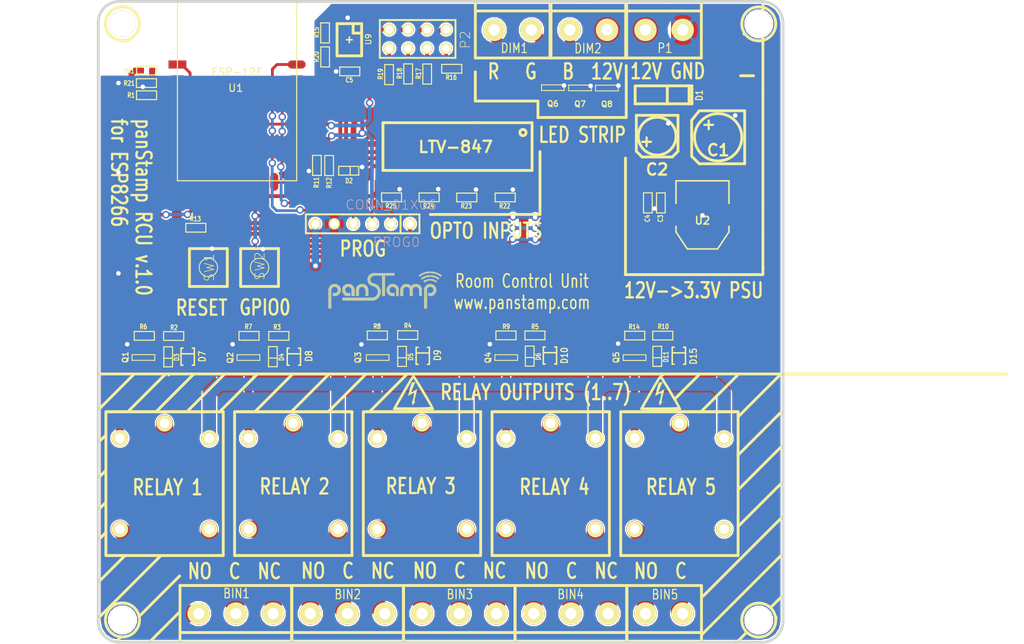
<source format=kicad_pcb>
(kicad_pcb (version 4) (host pcbnew 0.201510140731+6267~30~ubuntu14.04.1-product)
  (title_block (title "panStamp RCU board for ESP8266") (date 2015-10-15) (rev 1.0) (company panStamp))
  (layers (0 Front signal) (31 Back signal) (34 B.Paste user) (35 F.Paste user) (36 B.SilkS user) (37 F.SilkS user) (38 B.Mask user) (39 F.Mask user) (44 Edge.Cuts user))
  (net 0 "")
  (net 1 +12V)
  (net 2 +3.3V)
  (net 3 /RESET)
  (net 4 /RXD)
  (net 5 /TXD)
  (net 6 BINOUT0)
  (net 7 BINOUT1)
  (net 8 BINOUT2)
  (net 9 BINOUT3)
  (net 10 BINOUT4)
  (net 11 GND)
  (net 12 "Net-(BIN1-Pad1)")
  (net 13 "Net-(BIN1-Pad2)")
  (net 14 "Net-(BIN1-Pad3)")
  (net 15 "Net-(BIN2-Pad1)")
  (net 16 "Net-(BIN2-Pad2)")
  (net 17 "Net-(BIN2-Pad3)")
  (net 18 "Net-(BIN3-Pad1)")
  (net 19 "Net-(BIN3-Pad2)")
  (net 20 "Net-(BIN3-Pad3)")
  (net 21 "Net-(BIN4-Pad1)")
  (net 22 "Net-(BIN4-Pad2)")
  (net 23 "Net-(BIN4-Pad3)")
  (net 24 "Net-(BIN5-Pad1)")
  (net 25 "Net-(BIN5-Pad2)")
  (net 26 "Net-(D3-Pad2)")
  (net 27 "Net-(D3-Pad1)")
  (net 28 "Net-(D4-Pad2)")
  (net 29 "Net-(D4-Pad1)")
  (net 30 "Net-(D5-Pad2)")
  (net 31 "Net-(D5-Pad1)")
  (net 32 "Net-(D10-Pad1)")
  (net 33 "Net-(D6-Pad1)")
  (net 34 "Net-(D11-Pad2)")
  (net 35 "Net-(D11-Pad1)")
  (net 36 "Net-(Q1-Pad2)")
  (net 37 "Net-(Q2-Pad2)")
  (net 38 "Net-(Q3-Pad2)")
  (net 39 "Net-(Q4-Pad2)")
  (net 40 "Net-(Q5-Pad2)")
  (net 41 "Net-(D2-Pad1)")
  (net 42 "Net-(R1-Pad1)")
  (net 43 /GPIO0)
  (net 44 "Net-(R16-Pad1)")
  (net 45 "Net-(R17-Pad1)")
  (net 46 "Net-(R18-Pad1)")
  (net 47 "Net-(R19-Pad1)")
  (net 48 /GPIO2)
  (net 49 /ADC)
  (net 50 /GPIO7)
  (net 51 /GPIO9)
  (net 52 /GPIO10)
  (net 53 /GPIO8)
  (net 54 /GPIO6)
  (net 55 /GPIO4)
  (net 56 /GPIO5)
  (net 57 /DIM0)
  (net 58 /DIM1)
  (net 59 /DIM2)
  (net 60 "Net-(P2-Pad1)")
  (net 61 "Net-(P2-Pad2)")
  (net 62 "Net-(P2-Pad3)")
  (net 63 "Net-(P2-Pad4)")
  (net 64 "Net-(P2-Pad5)")
  (net 65 "Net-(P2-Pad6)")
  (net 66 "Net-(P2-Pad7)")
  (net 67 "Net-(P2-Pad8)")
  (net 68 /GPIO15)
  (net 69 "Net-(U7-Pad5)")
  (net 70 +12C)
  (module ESP8266:ESP-12E (layer Front) (at 145.9992 51.3207)
    (fp_text reference U1 (at 7.82574 3.15468) (layer F.SilkS))
    (fp_text value ESP-12E (at 8 1) (layer F.SilkS))
    (pad 9 smd oval (at 2.99 15.75 90) (size 2.4 1.1) (layers Front F.Paste F.Mask) (net 10 BINOUT4))
    (pad 10 smd oval (at 4.99 15.75 90) (size 2.4 1.1) (layers Front F.Paste F.Mask) (net 50 /GPIO7))
    (pad 11 smd oval (at 6.99 15.75 90) (size 2.4 1.1) (layers Front F.Paste F.Mask) (net 51 /GPIO9))
    (pad 12 smd oval (at 8.99 15.75 90) (size 2.4 1.1) (layers Front F.Paste F.Mask) (net 52 /GPIO10))
    (pad 13 smd oval (at 10.99 15.75 90) (size 2.4 1.1) (layers Front F.Paste F.Mask) (net 53 /GPIO8))
    (pad 14 smd oval (at 12.99 15.75 90) (size 2.4 1.1) (layers Front F.Paste F.Mask) (net 54 /GPIO6))
    (pad 1 smd rect (at 0 0) (size 2.4 1.1) (layers Front F.Paste F.Mask) (net 3 /RESET))
    (pad 2 smd oval (at 0 2) (size 2.4 1.1) (layers Front F.Paste F.Mask) (net 49 /ADC))
    (pad 3 smd oval (at 0 4) (size 2.4 1.1) (layers Front F.Paste F.Mask) (net 42 "Net-(R1-Pad1)"))
    (pad 4 smd oval (at 0 6) (size 2.4 1.1) (layers Front F.Paste F.Mask) (net 6 BINOUT0))
    (pad 5 smd oval (at 0 8) (size 2.4 1.1) (layers Front F.Paste F.Mask) (net 7 BINOUT1))
    (pad 6 smd oval (at 0 10) (size 2.4 1.1) (layers Front F.Paste F.Mask) (net 8 BINOUT2))
    (pad 7 smd oval (at 0 12) (size 2.4 1.1) (layers Front F.Paste F.Mask) (net 9 BINOUT3))
    (pad 8 smd oval (at 0 14) (size 2.4 1.1) (layers Front F.Paste F.Mask) (net 2 +3.3V))
    (pad 15 smd oval (at 16 14) (size 2.4 1.1) (layers Front F.Paste F.Mask) (net 11 GND))
    (pad 16 smd oval (at 16 12) (size 2.4 1.1) (layers Front F.Paste F.Mask) (net 68 /GPIO15))
    (pad 17 smd oval (at 16 10) (size 2.4 1.1) (layers Front F.Paste F.Mask) (net 48 /GPIO2))
    (pad 18 smd oval (at 16 8) (size 2.4 1.1) (layers Front F.Paste F.Mask) (net 43 /GPIO0))
    (pad 19 smd oval (at 16 6) (size 2.4 1.1) (layers Front F.Paste F.Mask) (net 55 /GPIO4))
    (pad 20 smd oval (at 16 4) (size 2.4 1.1) (layers Front F.Paste F.Mask) (net 56 /GPIO5))
    (pad 21 smd oval (at 16 2) (size 2.4 1.1) (layers Front F.Paste F.Mask) (net 4 /RXD))
    (pad 22 smd oval (at 16 0) (size 2.4 1.1) (layers Front F.Paste F.Mask) (net 5 /TXD))
  )
  (module pinhead:pinhead-2X04 (layer Front) (at 178.2318 47.8917)
    (fp_text reference P2 (at 6.39572 0.10922 90) (layer F.SilkS) (effects (font (size 1.27 1.27) (thickness 0.0889))))
    (fp_text value CONN_02X04 hide)
    (pad 1 thru_hole rect (at -3.81 1.27) (size 1.524 0) (drill 1.016) (layers *.Cu F.Paste F.SilkS F.Mask) (net 60 "Net-(P2-Pad1)"))
    (pad 2 thru_hole circle (at -3.81 -1.27) (size 1.524 3.048) (drill 1.016) (layers *.Cu F.Paste F.SilkS F.Mask) (net 61 "Net-(P2-Pad2)"))
    (pad 3 thru_hole circle (at -1.27 1.27) (size 1.524 3.048) (drill 1.016) (layers *.Cu F.Paste F.SilkS F.Mask) (net 62 "Net-(P2-Pad3)"))
    (pad 4 thru_hole circle (at -1.27 -1.27) (size 1.524 3.048) (drill 1.016) (layers *.Cu F.Paste F.SilkS F.Mask) (net 63 "Net-(P2-Pad4)"))
    (pad 5 thru_hole circle (at 1.27 1.27) (size 1.524 3.048) (drill 1.016) (layers *.Cu F.Paste F.SilkS F.Mask) (net 64 "Net-(P2-Pad5)"))
    (pad 6 thru_hole circle (at 1.27 -1.27) (size 1.524 3.048) (drill 1.016) (layers *.Cu F.Paste F.SilkS F.Mask) (net 65 "Net-(P2-Pad6)"))
    (pad 7 thru_hole circle (at 3.81 1.27) (size 1.524 3.048) (drill 1.016) (layers *.Cu F.Paste F.SilkS F.Mask) (net 66 "Net-(P2-Pad7)"))
    (pad 8 thru_hole circle (at 3.81 -1.27) (size 1.524 3.048) (drill 1.016) (layers *.Cu F.Paste F.SilkS F.Mask) (net 67 "Net-(P2-Pad8)"))
    (pad 1 thru_hole circle (at -3.81 1.27) (size 1.524 1.524) (drill 1.016) (layers *.Cu *.Mask F.SilkS) (net 60 "Net-(P2-Pad1)"))
  )
  (module pinhead-1X06 (layer Front) (at 170.8531 72.69988 180)
    (fp_text reference PROG0 (at -4.5212 -2.4638 180) (layer B.SilkS) (effects (font (size 1.27 1.27) (thickness 0.0889))))
    (fp_text value CONN_01X06 (at -3.81 2.54 180) (layer B.SilkS) (effects (font (size 1.27 1.27) (thickness 0.0889))))
    (pad 1 thru_hole rect (at -6.35 0 180) (size 1.524 0) (drill 1.016) (layers *.Cu F.Paste F.SilkS F.Mask) (net 43 /GPIO0))
    (pad 2 thru_hole circle (at -3.81 0 180) (size 1.524 3.048) (drill 1.016) (layers *.Cu F.Paste F.SilkS F.Mask) (net 48 /GPIO2))
    (pad 3 thru_hole circle (at -1.27 0 180) (size 1.524 3.048) (drill 1.016) (layers *.Cu F.Paste F.SilkS F.Mask) (net 4 /RXD))
    (pad 4 thru_hole circle (at 1.27 0 180) (size 1.524 3.048) (drill 1.016) (layers *.Cu F.Paste F.SilkS F.Mask) (net 5 /TXD))
    (pad 5 thru_hole circle (at 3.81 0 180) (size 1.524 3.048) (drill 1.016) (layers *.Cu F.Paste F.SilkS F.Mask) (net 11 GND))
    (pad 6 thru_hole circle (at 6.35 0 180) (size 1.524 3.048) (drill 1.016) (layers *.Cu F.Paste F.SilkS F.Mask) (net 2 +3.3V))
    (pad 1 thru_hole circle (at -6.35 0 180) (size 1.524 1.524) (drill 1.016) (layers *.Cu *.Mask F.SilkS) (net 43 /GPIO0))
  )
  (module SONGLE_RELAY_10A (layer Front) (at 161.544 107.569 270)
    (fp_text reference U4 hide)
    (fp_text value SONGLE_RELAY_10A hide)
    (pad 1 thru_hole circle (at -6.10108 -5.99948 270) (size 2.19964 2.19964) (drill 1.30048) (layers *.Cu *.Mask F.SilkS) (net 70 +12C))
    (pad 2 thru_hole circle (at -8.10006 0 270) (size 2.19964 2.19964) (drill 1.30048) (layers *.Cu *.Mask F.SilkS) (net 16 "Net-(BIN2-Pad2)"))
    (pad 3 thru_hole circle (at -6.10108 5.99948 270) (size 2.19964 2.19964) (drill 1.30048) (layers *.Cu *.Mask F.SilkS) (net 28 "Net-(D4-Pad2)"))
    (pad 4 thru_hole circle (at 6.10108 5.99948 270) (size 2.19964 2.19964) (drill 1.30048) (layers *.Cu *.Mask F.SilkS) (net 15 "Net-(BIN2-Pad1)"))
    (pad 5 thru_hole circle (at 6.10108 -5.99948 270) (size 2.19964 2.19964) (drill 1.30048) (layers *.Cu *.Mask F.SilkS) (net 17 "Net-(BIN2-Pad3)"))
  )
  (module 1pin (layer Front) (at 138.6205 125.857)
    (fp_text reference 1PIN hide)
    (fp_text value P*** hide)
    (pad 1 thru_hole circle (at 0 0) (size 3.50012 3.50012) (drill 3.50012) (layers *.Cu *.Mask F.SilkS))
  )
  (module 1pin (layer Front) (at 224.01022 125.87732)
    (fp_text reference 1PIN hide)
    (fp_text value P*** hide)
    (pad 1 thru_hole circle (at 0 0) (size 3.50012 3.50012) (drill 3.50012) (layers *.Cu *.Mask F.SilkS))
  )
  (module 1pin (layer Front) (at 224.01022 45.86732)
    (fp_text reference 1PIN hide)
    (fp_text value P*** hide)
    (pad 1 thru_hole circle (at 0 0) (size 3.50012 3.50012) (drill 3.50012) (layers *.Cu *.Mask F.SilkS))
  )
  (module 1pin (layer Front) (at 138.6205 45.847)
    (fp_text reference 1PIN hide)
    (fp_text value P*** hide)
    (pad 1 thru_hole circle (at 0 0) (size 3.50012 3.50012) (drill 3.50012) (layers *.Cu *.Mask F.SilkS))
  )
  (module switch-tact-noah (layer Front) (at 150.14956 78.56728 270)
    (fp_text reference SW1 (at 0 -0.127 270) (layer F.SilkS) (effects (font (size 1.27 1.27) (thickness 0.0889))))
    (fp_text value SW_PUSH_SMALL hide)
    (pad 1 smd rect (at -2.49936 -1.75006 270) (size 1.99898 1.00076) (layers Front F.Paste F.Mask) (net 11 GND))
    (pad 3 smd rect (at 2.49936 -1.75006 270) (size 1.99898 1.00076) (layers Front F.Paste F.Mask))
    (pad 2 smd rect (at -2.49936 1.75006 270) (size 1.99898 1.00076) (layers Front F.Paste F.Mask) (net 3 /RESET))
    (pad 4 smd rect (at 2.49936 1.75006 270) (size 1.99898 1.00076) (layers Front F.Paste F.Mask))
  )
  (module SM0603S (layer Front) (at 207.3656 87.69604)
    (fp_text reference R14 (at -0.0762 -1.1684 180) (layer F.SilkS) (effects (font (size 0.635 0.508) (thickness 0.127))))
    (fp_text value 2k2 hide)
    (pad 2 smd rect (at 0.7493 0) (size 0.7874 0.762) (layers Front F.Paste F.Mask) (net 40 "Net-(Q5-Pad2)"))
    (pad 1 smd rect (at -0.7493 0) (size 0.7874 0.762) (layers Front F.Paste F.Mask) (net 10 BINOUT4))
  )
  (module SM0603S (layer Front) (at 211.1248 87.69604 180)
    (fp_text reference R10 (at -0.0762 1.20904 180) (layer F.SilkS) (effects (font (size 0.635 0.508) (thickness 0.127))))
    (fp_text value 1k5 hide)
    (pad 2 smd rect (at 0.7493 0 180) (size 0.7874 0.762) (layers Front F.Paste F.Mask) (net 35 "Net-(D11-Pad1)"))
    (pad 1 smd rect (at -0.7493 0 180) (size 0.7874 0.762) (layers Front F.Paste F.Mask) (net 70 +12C))
  )
  (module SM0603S (layer Front) (at 190.08344 87.67064)
    (fp_text reference R9 (at 0.03556 -1.18364) (layer F.SilkS) (effects (font (size 0.635 0.508) (thickness 0.127))))
    (fp_text value 2k2 hide)
    (pad 2 smd rect (at 0.7493 0) (size 0.7874 0.762) (layers Front F.Paste F.Mask) (net 39 "Net-(Q4-Pad2)"))
    (pad 1 smd rect (at -0.7493 0) (size 0.7874 0.762) (layers Front F.Paste F.Mask) (net 9 BINOUT3))
  )
  (module SM0603S (layer Front) (at 172.8216 87.67064)
    (fp_text reference R8 (at -0.03556 -1.2192) (layer F.SilkS) (effects (font (size 0.635 0.508) (thickness 0.127))))
    (fp_text value 2k2 hide)
    (pad 2 smd rect (at 0.7493 0) (size 0.7874 0.762) (layers Front F.Paste F.Mask) (net 38 "Net-(Q3-Pad2)"))
    (pad 1 smd rect (at -0.7493 0) (size 0.7874 0.762) (layers Front F.Paste F.Mask) (net 8 BINOUT2))
  )
  (module SM0603S (layer Front) (at 155.60548 87.7316)
    (fp_text reference R7 (at -0.08128 -1.2192) (layer F.SilkS) (effects (font (size 0.635 0.508) (thickness 0.127))))
    (fp_text value 2k2 hide)
    (pad 2 smd rect (at 0.7493 0) (size 0.7874 0.762) (layers Front F.Paste F.Mask) (net 37 "Net-(Q2-Pad2)"))
    (pad 1 smd rect (at -0.7493 0) (size 0.7874 0.762) (layers Front F.Paste F.Mask) (net 7 BINOUT1))
  )
  (module SM0603S (layer Front) (at 141.54404 87.7316)
    (fp_text reference R6 (at -0.11684 -1.2192) (layer F.SilkS) (effects (font (size 0.635 0.508) (thickness 0.127))))
    (fp_text value 2k2 hide)
    (pad 2 smd rect (at 0.7493 0) (size 0.7874 0.762) (layers Front F.Paste F.Mask) (net 36 "Net-(Q1-Pad2)"))
    (pad 1 smd rect (at -0.7493 0) (size 0.7874 0.762) (layers Front F.Paste F.Mask) (net 6 BINOUT0))
  )
  (module SM0603S (layer Front) (at 193.96964 87.67064 180)
    (fp_text reference R5 (at -0.01016 1.15824 180) (layer F.SilkS) (effects (font (size 0.635 0.508) (thickness 0.127))))
    (fp_text value 1k5 hide)
    (pad 2 smd rect (at 0.7493 0 180) (size 0.7874 0.762) (layers Front F.Paste F.Mask) (net 33 "Net-(D6-Pad1)"))
    (pad 1 smd rect (at -0.7493 0 180) (size 0.7874 0.762) (layers Front F.Paste F.Mask) (net 70 +12C))
  )
  (module SM0603S (layer Front) (at 176.90084 87.63 180)
    (fp_text reference R4 (at 0 1.25476 180) (layer F.SilkS) (effects (font (size 0.635 0.508) (thickness 0.127))))
    (fp_text value 1k5 hide)
    (pad 2 smd rect (at 0.7493 0 180) (size 0.7874 0.762) (layers Front F.Paste F.Mask) (net 31 "Net-(D5-Pad1)"))
    (pad 1 smd rect (at -0.7493 0 180) (size 0.7874 0.762) (layers Front F.Paste F.Mask) (net 70 +12C))
  )
  (module SM0603S (layer Front) (at 159.60852 87.73668 180)
    (fp_text reference R3 (at 0.23368 1.17348 180) (layer F.SilkS) (effects (font (size 0.635 0.508) (thickness 0.127))))
    (fp_text value 1k5 hide)
    (pad 2 smd rect (at 0.7493 0 180) (size 0.7874 0.762) (layers Front F.Paste F.Mask) (net 29 "Net-(D4-Pad1)"))
    (pad 1 smd rect (at -0.7493 0 180) (size 0.7874 0.762) (layers Front F.Paste F.Mask) (net 70 +12C))
  )
  (module SM0603S (layer Front) (at 145.4912 87.757)
    (fp_text reference R2 (at 0.0508 -1.143) (layer F.SilkS) (effects (font (size 0.635 0.508) (thickness 0.127))))
    (fp_text value 1k5 hide)
    (pad 2 smd rect (at 0.7493 0) (size 0.7874 0.762) (layers Front F.Paste F.Mask) (net 70 +12C))
    (pad 1 smd rect (at -0.7493 0) (size 0.7874 0.762) (layers Front F.Paste F.Mask) (net 27 "Net-(D3-Pad1)"))
  )
  (module SM0603S (layer Front) (at 209.12328 69.89064 270)
    (fp_text reference C4 (at 2.0828 0.0508 270) (layer F.SilkS) (effects (font (size 0.635 0.508) (thickness 0.127))))
    (fp_text value 100n hide)
    (pad 2 smd rect (at 0.7493 0 270) (size 0.7874 0.762) (layers Front F.Paste F.Mask) (net 11 GND))
    (pad 1 smd rect (at -0.7493 0 270) (size 0.7874 0.762) (layers Front F.Paste F.Mask) (net 2 +3.3V))
  )
  (module SM0603S (layer Front) (at 210.8708 69.89572 270)
    (fp_text reference C3 (at 2.0828 0.0508 270) (layer F.SilkS) (effects (font (size 0.635 0.508) (thickness 0.127))))
    (fp_text value 1u hide)
    (pad 2 smd rect (at 0.7493 0 270) (size 0.7874 0.762) (layers Front F.Paste F.Mask) (net 11 GND))
    (pad 1 smd rect (at -0.7493 0 270) (size 0.7874 0.762) (layers Front F.Paste F.Mask) (net 2 +3.3V))
  )
  (module SMA (layer Front) (at 211.2264 55.45328)
    (fp_text reference D1 (at 4.8006 0 90) (layer F.SilkS) (effects (font (size 0.889 0.762) (thickness 0.1524))))
    (fp_text value DIODESCH hide)
    (pad 1 smd rect (at -1.99898 0) (size 2.50952 1.70942) (layers Front F.Paste F.Mask) (net 1 +12V))
    (pad 2 smd rect (at 1.99898 0) (size 2.50952 1.70942) (layers Front F.Paste F.Mask) (net 70 +12C))
  )
  (module SMDCPOL_5 (layer Front) (at 210.37296 60.9346 90)
    (fp_text reference C2 (at -4.47294 -0.0127 180) (layer F.SilkS) (effects (font (thickness 0.3048))))
    (fp_text value 22u hide)
    (fp_text user + (at -0.762 -1.524 90) (layer F.SilkS) (effects (font (thickness 0.3048))))
    (pad 1 smd rect (at -1.778 0 90) (size 2.49936 1.00076) (layers Front F.Paste F.Mask) (net 2 +3.3V))
    (pad 2 smd rect (at 1.778 0 90) (size 2.49936 1.00076) (layers Front F.Paste F.Mask) (net 11 GND))
  )
  (module SMDCPOL_6.3 (layer Front) (at 218.56192 61.087)
    (fp_text reference C1 (at 0 1.7272) (layer F.SilkS) (effects (font (thickness 0.3048))))
    (fp_text value 47u hide)
    (fp_text user + (at -1.27 -1.778) (layer F.SilkS) (effects (font (thickness 0.3048))))
    (pad 2 smd rect (at 2.286 0) (size 2.79908 1.00076) (layers Front F.Paste F.Mask) (net 11 GND))
    (pad 1 smd rect (at -2.286 0) (size 2.79908 1.00076) (layers Front F.Paste F.Mask) (net 70 +12C))
  )
  (module SOT223 (layer Front) (at 216.45372 71.501 180)
    (fp_text reference U2 (at 0 -0.762 180) (layer F.SilkS) (effects (font (size 1.016 1.016) (thickness 0.2032))))
    (fp_text value UA78M33 hide)
    (pad 4 smd rect (at 0 -3.302 180) (size 3.6576 2.032) (layers Front F.Paste F.Mask) (net 11 GND))
    (pad 2 smd rect (at 0 3.302 180) (size 1.016 2.032) (layers Front F.Paste F.Mask) (net 11 GND))
    (pad 3 smd rect (at 2.286 3.302 180) (size 1.016 2.032) (layers Front F.Paste F.Mask) (net 2 +3.3V))
    (pad 1 smd rect (at -2.286 3.302 180) (size 1.016 2.032) (layers Front F.Paste F.Mask) (net 70 +12C))
  )
  (module SOT23EBC (layer Front) (at 207.3402 90.6526)
    (fp_text reference Q5 (at -2.4638 -0.0254 90) (layer F.SilkS) (effects (font (size 0.762 0.762) (thickness 0.1524))))
    (fp_text value NPN hide)
    (pad 1 smd rect (at -0.889 -1.016) (size 0.9144 0.9144) (layers Front F.Paste F.Mask) (net 11 GND))
    (pad 2 smd rect (at 0.889 -1.016) (size 0.9144 0.9144) (layers Front F.Paste F.Mask) (net 40 "Net-(Q5-Pad2)"))
    (pad 3 smd rect (at 0 1.016) (size 0.9144 0.9144) (layers Front F.Paste F.Mask) (net 34 "Net-(D11-Pad2)"))
  )
  (module SOT23EBC (layer Front) (at 190.119 90.64244)
    (fp_text reference Q4 (at -2.4384 0.01016 90) (layer F.SilkS) (effects (font (size 0.762 0.762) (thickness 0.1524))))
    (fp_text value NPN hide)
    (pad 1 smd rect (at -0.889 -1.016) (size 0.9144 0.9144) (layers Front F.Paste F.Mask) (net 11 GND))
    (pad 2 smd rect (at 0.889 -1.016) (size 0.9144 0.9144) (layers Front F.Paste F.Mask) (net 39 "Net-(Q4-Pad2)"))
    (pad 3 smd rect (at 0 1.016) (size 0.9144 0.9144) (layers Front F.Paste F.Mask) (net 32 "Net-(D10-Pad1)"))
  )
  (module SOT23EBC (layer Front) (at 172.86224 90.64244)
    (fp_text reference Q3 (at -2.63144 0 90) (layer F.SilkS) (effects (font (size 0.762 0.762) (thickness 0.1524))))
    (fp_text value NPN hide)
    (pad 1 smd rect (at -0.889 -1.016) (size 0.9144 0.9144) (layers Front F.Paste F.Mask) (net 11 GND))
    (pad 2 smd rect (at 0.889 -1.016) (size 0.9144 0.9144) (layers Front F.Paste F.Mask) (net 38 "Net-(Q3-Pad2)"))
    (pad 3 smd rect (at 0 1.016) (size 0.9144 0.9144) (layers Front F.Paste F.Mask) (net 30 "Net-(D5-Pad2)"))
  )
  (module SOT23EBC (layer Front) (at 155.5242 90.64244)
    (fp_text reference Q2 (at -2.4384 0.03556 90) (layer F.SilkS) (effects (font (size 0.762 0.762) (thickness 0.1524))))
    (fp_text value NPN hide)
    (pad 1 smd rect (at -0.889 -1.016) (size 0.9144 0.9144) (layers Front F.Paste F.Mask) (net 11 GND))
    (pad 2 smd rect (at 0.889 -1.016) (size 0.9144 0.9144) (layers Front F.Paste F.Mask) (net 37 "Net-(Q2-Pad2)"))
    (pad 3 smd rect (at 0 1.016) (size 0.9144 0.9144) (layers Front F.Paste F.Mask) (net 28 "Net-(D4-Pad2)"))
  )
  (module SOT23EBC (layer Front) (at 141.43228 90.63736)
    (fp_text reference Q1 (at -2.41808 -0.03556 90) (layer F.SilkS) (effects (font (size 0.762 0.762) (thickness 0.1524))))
    (fp_text value NPN hide)
    (pad 1 smd rect (at -0.889 -1.016) (size 0.9144 0.9144) (layers Front F.Paste F.Mask) (net 11 GND))
    (pad 2 smd rect (at 0.889 -1.016) (size 0.9144 0.9144) (layers Front F.Paste F.Mask) (net 36 "Net-(Q1-Pad2)"))
    (pad 3 smd rect (at 0 1.016) (size 0.9144 0.9144) (layers Front F.Paste F.Mask) (net 26 "Net-(D3-Pad2)"))
  )
  (module terminal_block_5mm_2P (layer Front) (at 211.28736 46.64964 180)
    (fp_text reference P1 (at -0.127 -2.4765 180) (layer F.SilkS) (effects (font (size 1.27 1.016) (thickness 0.1524))))
    (fp_text value CONN_2 hide)
    (pad 1 thru_hole circle (at -2.51714 -0.0254 180) (size 2.99974 2.99974) (drill 1.4986) (layers *.Cu *.Mask F.SilkS) (net 11 GND))
    (pad 2 thru_hole circle (at 2.48412 -0.0254 180) (size 2.99974 2.99974) (drill 1.4986) (layers *.Cu *.Mask F.SilkS) (net 1 +12V))
  )
  (module terminal_block_5mm_3P (layer Front) (at 198.8185 125.0315)
    (fp_text reference BIN4 (at -0.0635 -2.6035) (layer F.SilkS) (effects (font (size 1.27 1.016) (thickness 0.1524))))
    (fp_text value CONN_3 hide)
    (pad 1 thru_hole circle (at -5.01904 -0.0254) (size 2.99974 2.99974) (drill 1.4986) (layers *.Cu *.Mask F.SilkS) (net 21 "Net-(BIN4-Pad1)"))
    (pad 2 thru_hole circle (at -0.01778 -0.0254) (size 2.99974 2.99974) (drill 1.4986) (layers *.Cu *.Mask F.SilkS) (net 22 "Net-(BIN4-Pad2)"))
    (pad 3 thru_hole circle (at 4.98094 -0.0254) (size 2.99974 2.99974) (drill 1.4986) (layers *.Cu *.Mask F.SilkS) (net 23 "Net-(BIN4-Pad3)"))
  )
  (module terminal_block_5mm_3P (layer Front) (at 183.8325 125.0315)
    (fp_text reference BIN3 (at 0.0635 -2.6035) (layer F.SilkS) (effects (font (size 1.27 1.016) (thickness 0.1524))))
    (fp_text value CONN_3 hide)
    (pad 1 thru_hole circle (at -5.01904 -0.0254) (size 2.99974 2.99974) (drill 1.4986) (layers *.Cu *.Mask F.SilkS) (net 18 "Net-(BIN3-Pad1)"))
    (pad 2 thru_hole circle (at -0.01778 -0.0254) (size 2.99974 2.99974) (drill 1.4986) (layers *.Cu *.Mask F.SilkS) (net 19 "Net-(BIN3-Pad2)"))
    (pad 3 thru_hole circle (at 4.98094 -0.0254) (size 2.99974 2.99974) (drill 1.4986) (layers *.Cu *.Mask F.SilkS) (net 20 "Net-(BIN3-Pad3)"))
  )
  (module terminal_block_5mm_3P (layer Front) (at 168.8465 125.0315)
    (fp_text reference BIN2 (at 0 -2.6035) (layer F.SilkS) (effects (font (size 1.27 1.016) (thickness 0.1524))))
    (fp_text value CONN_3 hide)
    (pad 1 thru_hole circle (at -5.01904 -0.0254) (size 2.99974 2.99974) (drill 1.4986) (layers *.Cu *.Mask F.SilkS) (net 15 "Net-(BIN2-Pad1)"))
    (pad 2 thru_hole circle (at -0.01778 -0.0254) (size 2.99974 2.99974) (drill 1.4986) (layers *.Cu *.Mask F.SilkS) (net 16 "Net-(BIN2-Pad2)"))
    (pad 3 thru_hole circle (at 4.98094 -0.0254) (size 2.99974 2.99974) (drill 1.4986) (layers *.Cu *.Mask F.SilkS) (net 17 "Net-(BIN2-Pad3)"))
  )
  (module terminal_block_5mm_3P (layer Front) (at 153.8605 125.0315)
    (fp_text reference BIN1 (at 0.0635 -2.7305) (layer F.SilkS) (effects (font (size 1.27 1.016) (thickness 0.1524))))
    (fp_text value CONN_3 hide)
    (pad 1 thru_hole circle (at -5.01904 -0.0254) (size 2.99974 2.99974) (drill 1.4986) (layers *.Cu *.Mask F.SilkS) (net 12 "Net-(BIN1-Pad1)"))
    (pad 2 thru_hole circle (at -0.01778 -0.0254) (size 2.99974 2.99974) (drill 1.4986) (layers *.Cu *.Mask F.SilkS) (net 13 "Net-(BIN1-Pad2)"))
    (pad 3 thru_hole circle (at 4.98094 -0.0254) (size 2.99974 2.99974) (drill 1.4986) (layers *.Cu *.Mask F.SilkS) (net 14 "Net-(BIN1-Pad3)"))
  )
  (module SOD323 (layer Front) (at 147.3708 90.5256 270)
    (fp_text reference D7 (at -0.0254 -1.9558 270) (layer F.SilkS) (effects (font (size 0.889 0.762) (thickness 0.1524))))
    (fp_text value DIODE hide)
    (pad 1 smd rect (at 1.09982 0 270) (size 1.00076 1.00076) (layers Front F.Paste F.Mask) (net 26 "Net-(D3-Pad2)"))
    (pad 2 smd rect (at -1.09982 0 270) (size 1.00076 1.00076) (layers Front F.Paste F.Mask) (net 70 +12C))
  )
  (module SOD323 (layer Front) (at 161.6202 90.5256 270)
    (fp_text reference D8 (at -0.0762 -2.02184 270) (layer F.SilkS) (effects (font (size 0.889 0.762) (thickness 0.1524))))
    (fp_text value DIODE hide)
    (pad 1 smd rect (at 1.09982 0 270) (size 1.00076 1.00076) (layers Front F.Paste F.Mask) (net 28 "Net-(D4-Pad2)"))
    (pad 2 smd rect (at -1.09982 0 270) (size 1.00076 1.00076) (layers Front F.Paste F.Mask) (net 70 +12C))
  )
  (module SOD323 (layer Front) (at 178.9176 90.41384 270)
    (fp_text reference D9 (at -0.0762 -1.9812 270) (layer F.SilkS) (effects (font (size 0.889 0.762) (thickness 0.1524))))
    (fp_text value DIODE hide)
    (pad 1 smd rect (at 1.09982 0 270) (size 1.00076 1.00076) (layers Front F.Paste F.Mask) (net 30 "Net-(D5-Pad2)"))
    (pad 2 smd rect (at -1.09982 0 270) (size 1.00076 1.00076) (layers Front F.Paste F.Mask) (net 70 +12C))
  )
  (module SOD323 (layer Front) (at 195.9864 90.3732 270)
    (fp_text reference D10 (at 0 -1.94564 270) (layer F.SilkS) (effects (font (size 0.889 0.762) (thickness 0.1524))))
    (fp_text value DIODE hide)
    (pad 1 smd rect (at 1.09982 0 270) (size 1.00076 1.00076) (layers Front F.Paste F.Mask) (net 32 "Net-(D10-Pad1)"))
    (pad 2 smd rect (at -1.09982 0 270) (size 1.00076 1.00076) (layers Front F.Paste F.Mask) (net 70 +12C))
  )
  (module SOD323 (layer Front) (at 213.2838 90.3986 270)
    (fp_text reference D15 (at 0.0762 -1.94564 270) (layer F.SilkS) (effects (font (size 0.889 0.762) (thickness 0.1524))))
    (fp_text value DIODE hide)
    (pad 1 smd rect (at 1.09982 0 270) (size 1.00076 1.00076) (layers Front F.Paste F.Mask) (net 34 "Net-(D11-Pad2)"))
    (pad 2 smd rect (at -1.09982 0 270) (size 1.00076 1.00076) (layers Front F.Paste F.Mask) (net 70 +12C))
  )
  (module SONGLE_RELAY_10A (layer Front) (at 213.36 107.569 270)
    (fp_text reference U7 hide)
    (fp_text value SONGLE_RELAY_10A hide)
    (pad 1 thru_hole circle (at -6.10108 -5.99948 270) (size 2.19964 2.19964) (drill 1.30048) (layers *.Cu *.Mask F.SilkS) (net 70 +12C))
    (pad 2 thru_hole circle (at -8.10006 0 270) (size 2.19964 2.19964) (drill 1.30048) (layers *.Cu *.Mask F.SilkS) (net 25 "Net-(BIN5-Pad2)"))
    (pad 3 thru_hole circle (at -6.10108 5.99948 270) (size 2.19964 2.19964) (drill 1.30048) (layers *.Cu *.Mask F.SilkS) (net 34 "Net-(D11-Pad2)"))
    (pad 4 thru_hole circle (at 6.10108 5.99948 270) (size 2.19964 2.19964) (drill 1.30048) (layers *.Cu *.Mask F.SilkS) (net 24 "Net-(BIN5-Pad1)"))
    (pad 5 thru_hole circle (at 6.10108 -5.99948 270) (size 2.19964 2.19964) (drill 1.30048) (layers *.Cu *.Mask F.SilkS) (net 69 "Net-(U7-Pad5)"))
  )
  (module SONGLE_RELAY_10A (layer Front) (at 196.088 107.569 270)
    (fp_text reference U6 hide)
    (fp_text value SONGLE_RELAY_10A hide)
    (pad 1 thru_hole circle (at -6.10108 -5.99948 270) (size 2.19964 2.19964) (drill 1.30048) (layers *.Cu *.Mask F.SilkS) (net 70 +12C))
    (pad 2 thru_hole circle (at -8.10006 0 270) (size 2.19964 2.19964) (drill 1.30048) (layers *.Cu *.Mask F.SilkS) (net 22 "Net-(BIN4-Pad2)"))
    (pad 3 thru_hole circle (at -6.10108 5.99948 270) (size 2.19964 2.19964) (drill 1.30048) (layers *.Cu *.Mask F.SilkS) (net 32 "Net-(D10-Pad1)"))
    (pad 4 thru_hole circle (at 6.10108 5.99948 270) (size 2.19964 2.19964) (drill 1.30048) (layers *.Cu *.Mask F.SilkS) (net 21 "Net-(BIN4-Pad1)"))
    (pad 5 thru_hole circle (at 6.10108 -5.99948 270) (size 2.19964 2.19964) (drill 1.30048) (layers *.Cu *.Mask F.SilkS) (net 23 "Net-(BIN4-Pad3)"))
  )
  (module SONGLE_RELAY_10A (layer Front) (at 178.816 107.569 270)
    (fp_text reference U5 hide)
    (fp_text value SONGLE_RELAY_10A hide)
    (pad 1 thru_hole circle (at -6.10108 -5.99948 270) (size 2.19964 2.19964) (drill 1.30048) (layers *.Cu *.Mask F.SilkS) (net 70 +12C))
    (pad 2 thru_hole circle (at -8.10006 0 270) (size 2.19964 2.19964) (drill 1.30048) (layers *.Cu *.Mask F.SilkS) (net 19 "Net-(BIN3-Pad2)"))
    (pad 3 thru_hole circle (at -6.10108 5.99948 270) (size 2.19964 2.19964) (drill 1.30048) (layers *.Cu *.Mask F.SilkS) (net 30 "Net-(D5-Pad2)"))
    (pad 4 thru_hole circle (at 6.10108 5.99948 270) (size 2.19964 2.19964) (drill 1.30048) (layers *.Cu *.Mask F.SilkS) (net 18 "Net-(BIN3-Pad1)"))
    (pad 5 thru_hole circle (at 6.10108 -5.99948 270) (size 2.19964 2.19964) (drill 1.30048) (layers *.Cu *.Mask F.SilkS) (net 20 "Net-(BIN3-Pad3)"))
  )
  (module SONGLE_RELAY_10A (layer Front) (at 144.272 107.569 270)
    (fp_text reference U3 hide)
    (fp_text value SONGLE_RELAY_10A hide)
    (pad 1 thru_hole circle (at -6.10108 -5.99948 270) (size 2.19964 2.19964) (drill 1.30048) (layers *.Cu *.Mask F.SilkS) (net 70 +12C))
    (pad 2 thru_hole circle (at -8.10006 0 270) (size 2.19964 2.19964) (drill 1.30048) (layers *.Cu *.Mask F.SilkS) (net 13 "Net-(BIN1-Pad2)"))
    (pad 3 thru_hole circle (at -6.10108 5.99948 270) (size 2.19964 2.19964) (drill 1.30048) (layers *.Cu *.Mask F.SilkS) (net 26 "Net-(D3-Pad2)"))
    (pad 4 thru_hole circle (at 6.10108 5.99948 270) (size 2.19964 2.19964) (drill 1.30048) (layers *.Cu *.Mask F.SilkS) (net 12 "Net-(BIN1-Pad1)"))
    (pad 5 thru_hole circle (at 6.10108 -5.99948 270) (size 2.19964 2.19964) (drill 1.30048) (layers *.Cu *.Mask F.SilkS) (net 14 "Net-(BIN1-Pad3)"))
  )
  (module SM0603S_POL (layer Front) (at 144.7546 90.551 270)
    (fp_text reference D3 (at 0.0635 -1.1557 270) (layer F.SilkS) (effects (font (size 0.635 0.508) (thickness 0.127))))
    (fp_text value LED hide)
    (pad 2 smd rect (at 0.7493 0 270) (size 0.7874 0.762) (layers Front F.Paste F.Mask) (net 26 "Net-(D3-Pad2)"))
    (pad 1 smd rect (at -0.7493 0 270) (size 0.7874 0.762) (layers Front F.Paste F.Mask) (net 27 "Net-(D3-Pad1)"))
  )
  (module SM0603S_POL (layer Front) (at 158.8008 90.5256 270)
    (fp_text reference D4 (at 0.0635 -1.1557 270) (layer F.SilkS) (effects (font (size 0.635 0.508) (thickness 0.127))))
    (fp_text value LED hide)
    (pad 2 smd rect (at 0.7493 0 270) (size 0.7874 0.762) (layers Front F.Paste F.Mask) (net 28 "Net-(D4-Pad2)"))
    (pad 1 smd rect (at -0.7493 0 270) (size 0.7874 0.762) (layers Front F.Paste F.Mask) (net 29 "Net-(D4-Pad1)"))
  )
  (module SM0603S_POL (layer Front) (at 176.13884 90.49004 270)
    (fp_text reference D5 (at 0.0635 -1.1557 270) (layer F.SilkS) (effects (font (size 0.635 0.508) (thickness 0.127))))
    (fp_text value LED hide)
    (pad 2 smd rect (at 0.7493 0 270) (size 0.7874 0.762) (layers Front F.Paste F.Mask) (net 30 "Net-(D5-Pad2)"))
    (pad 1 smd rect (at -0.7493 0 270) (size 0.7874 0.762) (layers Front F.Paste F.Mask) (net 31 "Net-(D5-Pad1)"))
  )
  (module SM0603S_POL (layer Front) (at 193.2686 90.4494 270)
    (fp_text reference D6 (at 0.0635 -1.1557 270) (layer F.SilkS) (effects (font (size 0.635 0.508) (thickness 0.127))))
    (fp_text value LED hide)
    (pad 2 smd rect (at 0.7493 0 270) (size 0.7874 0.762) (layers Front F.Paste F.Mask) (net 32 "Net-(D10-Pad1)"))
    (pad 1 smd rect (at -0.7493 0 270) (size 0.7874 0.762) (layers Front F.Paste F.Mask) (net 33 "Net-(D6-Pad1)"))
  )
  (module SM0603S_POL (layer Front) (at 210.3882 90.47988 270)
    (fp_text reference D11 (at 0.0635 -1.1557 270) (layer F.SilkS) (effects (font (size 0.635 0.508) (thickness 0.127))))
    (fp_text value LED hide)
    (pad 2 smd rect (at 0.7493 0 270) (size 0.7874 0.762) (layers Front F.Paste F.Mask) (net 34 "Net-(D11-Pad2)"))
    (pad 1 smd rect (at -0.7493 0 270) (size 0.7874 0.762) (layers Front F.Paste F.Mask) (net 35 "Net-(D11-Pad1)"))
  )
  (module LOGO (layer Front) (at 177.60696 95.28556)
    (fp_text reference G*** hide)
    (fp_text value LOGO hide)
  )
  (module LOGO (layer Front) (at 210.7692 95.3008)
    (fp_text reference G*** hide)
    (fp_text value LOGO hide)
  )
  (module PANSTAMPLOGO (layer Front) (at 166.243 78.7908)
    (fp_text reference G*** hide)
    (fp_text value PANSTAMPLOGO hide)
  )
  (module mymods:fiducial (layer Front) (at 142.83 126.96)
    (fp_text reference fiducial hide)
    (fp_text value VAL** hide)
    (pad 1 smd circle (at 0 0) (size 1 1) (layers Front F.Mask) (clearance 0.5))
  )
  (module mymods:fiducial (layer Front) (at 219.78672 44.86032)
    (fp_text reference fiducial hide)
    (fp_text value VAL** hide)
    (pad 1 smd circle (at 0 0) (size 1 1) (layers Front F.Mask) (clearance 0.5))
  )
  (module myconnectors:terminal_block_5mm_2P (layer Front) (at 211.31784 125.03404)
    (fp_text reference BIN5 (at 0.09906 -2.58064) (layer F.SilkS) (effects (font (size 1.27 1.016) (thickness 0.1524))))
    (fp_text value CONN_2 hide)
    (pad 1 thru_hole circle (at -2.51714 -0.0254) (size 2.99974 2.99974) (drill 1.4986) (layers *.Cu *.Mask F.SilkS) (net 24 "Net-(BIN5-Pad1)"))
    (pad 2 thru_hole circle (at 2.48412 -0.0254) (size 2.99974 2.99974) (drill 1.4986) (layers *.Cu *.Mask F.SilkS) (net 25 "Net-(BIN5-Pad2)"))
  )
  (module SM0603S_POL (layer Front) (at 168.98112 65.57264)
    (fp_text reference D2 (at 0.04064 1.36144) (layer F.SilkS) (effects (font (size 0.635 0.508) (thickness 0.127))))
    (fp_text value LED hide)
    (pad 2 smd rect (at 0.7493 0) (size 0.7874 0.762) (layers Front F.Paste F.Mask) (net 11 GND))
    (pad 1 smd rect (at -0.7493 0) (size 0.7874 0.762) (layers Front F.Paste F.Mask) (net 41 "Net-(D2-Pad1)"))
  )
  (module mysmd:SM0603S (layer Front) (at 141.85392 55.44312 180)
    (fp_text reference R1 (at 2.07264 0 180) (layer F.SilkS) (effects (font (size 0.635 0.508) (thickness 0.127))))
    (fp_text value 10k hide)
    (pad 2 smd rect (at 0.7493 0 180) (size 0.7874 0.762) (layers Front F.Paste F.Mask) (net 2 +3.3V))
    (pad 1 smd rect (at -0.7493 0 180) (size 0.7874 0.762) (layers Front F.Paste F.Mask) (net 42 "Net-(R1-Pad1)"))
  )
  (module mysmd:SM0603S (layer Front) (at 164.71392 64.86144 90)
    (fp_text reference R11 (at -2.29616 -0.06604 90) (layer F.SilkS) (effects (font (size 0.635 0.508) (thickness 0.127))))
    (fp_text value 10k hide)
    (pad 2 smd rect (at 0.7493 0 90) (size 0.7874 0.762) (layers Front F.Paste F.Mask) (net 68 /GPIO15))
    (pad 1 smd rect (at -0.7493 0 90) (size 0.7874 0.762) (layers Front F.Paste F.Mask) (net 11 GND))
  )
  (module mysmd:SM0603S (layer Front) (at 166.35222 64.87668 90)
    (fp_text reference R12 (at -2.3241 -0.00762 90) (layer F.SilkS) (effects (font (size 0.635 0.508) (thickness 0.127))))
    (fp_text value 470 hide)
    (pad 2 smd rect (at 0.7493 0 90) (size 0.7874 0.762) (layers Front F.Paste F.Mask) (net 68 /GPIO15))
    (pad 1 smd rect (at -0.7493 0 90) (size 0.7874 0.762) (layers Front F.Paste F.Mask) (net 41 "Net-(D2-Pad1)"))
  )
  (module mysmd:SM0603S (layer Front) (at 148.46808 73.2282 180)
    (fp_text reference R13 (at 0.06096 1.18872 180) (layer F.SilkS) (effects (font (size 0.635 0.508) (thickness 0.127))))
    (fp_text value 10k hide)
    (pad 2 smd rect (at 0.7493 0 180) (size 0.7874 0.762) (layers Front F.Paste F.Mask) (net 2 +3.3V))
    (pad 1 smd rect (at -0.7493 0 180) (size 0.7874 0.762) (layers Front F.Paste F.Mask) (net 3 /RESET))
  )
  (module mysmd:SM0603S (layer Front) (at 165.8112 47.08144 90)
    (fp_text reference R15 (at 0.0635 -1.1557 90) (layer F.SilkS) (effects (font (size 0.635 0.508) (thickness 0.127))))
    (fp_text value 10k hide)
    (pad 2 smd rect (at 0.7493 0 90) (size 0.7874 0.762) (layers Front F.Paste F.Mask) (net 43 /GPIO0))
    (pad 1 smd rect (at -0.7493 0 90) (size 0.7874 0.762) (layers Front F.Paste F.Mask) (net 2 +3.3V))
  )
  (module mysmd:SM0603S (layer Front) (at 182.8038 51.8922 180)
    (fp_text reference R16 (at 0.0635 -1.1557 180) (layer F.SilkS) (effects (font (size 0.635 0.508) (thickness 0.127))))
    (fp_text value 1k hide)
    (pad 2 smd rect (at 0.7493 0 180) (size 0.7874 0.762) (layers Front F.Paste F.Mask) (net 66 "Net-(P2-Pad7)"))
    (pad 1 smd rect (at -0.7493 0 180) (size 0.7874 0.762) (layers Front F.Paste F.Mask) (net 44 "Net-(R16-Pad1)"))
  )
  (module mysmd:SM0603S (layer Front) (at 179.50942 52.60086 90)
    (fp_text reference R17 (at 0.0635 -1.1557 90) (layer F.SilkS) (effects (font (size 0.635 0.508) (thickness 0.127))))
    (fp_text value 1k hide)
    (pad 2 smd rect (at 0.7493 0 90) (size 0.7874 0.762) (layers Front F.Paste F.Mask) (net 64 "Net-(P2-Pad5)"))
    (pad 1 smd rect (at -0.7493 0 90) (size 0.7874 0.762) (layers Front F.Paste F.Mask) (net 45 "Net-(R17-Pad1)"))
  )
  (module mysmd:SM0603S (layer Front) (at 176.95926 52.58562 90)
    (fp_text reference R18 (at 0.0635 -1.1557 90) (layer F.SilkS) (effects (font (size 0.635 0.508) (thickness 0.127))))
    (fp_text value 1k hide)
    (pad 2 smd rect (at 0.7493 0 90) (size 0.7874 0.762) (layers Front F.Paste F.Mask) (net 62 "Net-(P2-Pad3)"))
    (pad 1 smd rect (at -0.7493 0 90) (size 0.7874 0.762) (layers Front F.Paste F.Mask) (net 46 "Net-(R18-Pad1)"))
  )
  (module mysmd:SM0603S (layer Front) (at 174.39894 52.66944 90)
    (fp_text reference R19 (at 0.0635 -1.1557 90) (layer F.SilkS) (effects (font (size 0.635 0.508) (thickness 0.127))))
    (fp_text value 1k hide)
    (pad 2 smd rect (at 0.7493 0 90) (size 0.7874 0.762) (layers Front F.Paste F.Mask) (net 60 "Net-(P2-Pad1)"))
    (pad 1 smd rect (at -0.7493 0 90) (size 0.7874 0.762) (layers Front F.Paste F.Mask) (net 47 "Net-(R19-Pad1)"))
  )
  (module mysmd:SM0603S (layer Front) (at 165.81628 50.3047 270)
    (fp_text reference R20 (at -0.02286 1.16586 270) (layer F.SilkS) (effects (font (size 0.635 0.508) (thickness 0.127))))
    (fp_text value 10k hide)
    (pad 2 smd rect (at 0.7493 0 270) (size 0.7874 0.762) (layers Front F.Paste F.Mask) (net 48 /GPIO2))
    (pad 1 smd rect (at -0.7493 0 270) (size 0.7874 0.762) (layers Front F.Paste F.Mask) (net 2 +3.3V))
  )
  (module mysmd:SM0603S (layer Front) (at 141.83868 53.81244 180)
    (fp_text reference R21 (at 2.31648 -0.03048 180) (layer F.SilkS) (effects (font (size 0.635 0.508) (thickness 0.127))))
    (fp_text value 10k hide)
    (pad 2 smd rect (at 0.7493 0 180) (size 0.7874 0.762) (layers Front F.Paste F.Mask) (net 11 GND))
    (pad 1 smd rect (at -0.7493 0 180) (size 0.7874 0.762) (layers Front F.Paste F.Mask) (net 49 /ADC))
  )
  (module switch-tact-noah (layer Front) (at 157.01772 78.5622 270)
    (fp_text reference SW2 (at -0.1905 -0.03048 270) (layer F.SilkS) (effects (font (size 1.27 1.27) (thickness 0.0889))))
    (fp_text value SW_PUSH_SMALL hide)
    (pad 1 smd rect (at -2.49936 -1.75006 270) (size 1.99898 1.00076) (layers Front F.Paste F.Mask) (net 11 GND))
    (pad 3 smd rect (at 2.49936 -1.75006 270) (size 1.99898 1.00076) (layers Front F.Paste F.Mask))
    (pad 2 smd rect (at -2.49936 1.75006 270) (size 1.99898 1.00076) (layers Front F.Paste F.Mask) (net 43 /GPIO0))
    (pad 4 smd rect (at 2.49936 1.75006 270) (size 1.99898 1.00076) (layers Front F.Paste F.Mask))
  )
  (module mysmd:SM0603S (layer Front) (at 141.86916 52.13604)
    (fp_text reference TH1 (at -2.35458 0.06096) (layer F.SilkS) (effects (font (size 0.635 0.508) (thickness 0.127))))
    (fp_text value THERMISTOR hide)
    (pad 2 smd rect (at 0.7493 0) (size 0.7874 0.762) (layers Front F.Paste F.Mask) (net 49 /ADC))
    (pad 1 smd rect (at -0.7493 0) (size 0.7874 0.762) (layers Front F.Paste F.Mask) (net 2 +3.3V))
  )
  (module mysmd:DIP16_SMD (layer Front) (at 189.9285 62.3316 180)
    (fp_text reference U8 hide)
    (fp_text value LTV-847 (at 6.6 -0.05 180) (layer F.SilkS) (effects (font (thickness 0.3048))))
    (pad 1 smd rect (at -2.54 4.20116 180) (size 1.50114 1.80086) (layers Front F.Paste F.Mask) (net 44 "Net-(R16-Pad1)"))
    (pad 2 smd rect (at 0 4.20116 180) (size 1.50114 1.80086) (layers Front F.Paste F.Mask) (net 67 "Net-(P2-Pad8)"))
    (pad 3 smd rect (at 2.54 4.20116 180) (size 1.50114 1.80086) (layers Front F.Paste F.Mask) (net 45 "Net-(R17-Pad1)"))
    (pad 14 smd rect (at 2.54 -4.20116 180) (size 1.50114 1.80086) (layers Front F.Paste F.Mask) (net 2 +3.3V))
    (pad 15 smd rect (at 0 -4.20116 180) (size 1.50114 1.80086) (layers Front F.Paste F.Mask) (net 56 /GPIO5))
    (pad 16 smd rect (at -2.54 -4.20116 180) (size 1.50114 1.80086) (layers Front F.Paste F.Mask) (net 2 +3.3V))
    (pad 4 smd rect (at 5.08 4.20116 180) (size 1.50114 1.80086) (layers Front F.Paste F.Mask) (net 65 "Net-(P2-Pad6)"))
    (pad 5 smd rect (at 7.62 4.20116 180) (size 1.50114 1.80086) (layers Front F.Paste F.Mask) (net 46 "Net-(R18-Pad1)"))
    (pad 6 smd rect (at 10.16 4.20116 180) (size 1.50114 1.80086) (layers Front F.Paste F.Mask) (net 63 "Net-(P2-Pad4)"))
    (pad 7 smd rect (at 12.7 4.20116 180) (size 1.50114 1.80086) (layers Front F.Paste F.Mask) (net 47 "Net-(R19-Pad1)"))
    (pad 8 smd rect (at 15.24 4.20116 180) (size 1.50114 1.80086) (layers Front F.Paste F.Mask) (net 61 "Net-(P2-Pad2)"))
    (pad 9 smd rect (at 15.24 -4.20116 180) (size 1.50114 1.80086) (layers Front F.Paste F.Mask) (net 53 /GPIO8))
    (pad 10 smd rect (at 12.7 -4.20116 180) (size 1.50114 1.80086) (layers Front F.Paste F.Mask) (net 2 +3.3V))
    (pad 11 smd rect (at 10.16 -4.20116 180) (size 1.50114 1.80086) (layers Front F.Paste F.Mask) (net 54 /GPIO6))
    (pad 12 smd rect (at 7.62 -4.20116 180) (size 1.50114 1.80086) (layers Front F.Paste F.Mask) (net 2 +3.3V))
    (pad 13 smd rect (at 5.08 -4.20116 180) (size 1.50114 1.80086) (layers Front F.Paste F.Mask) (net 55 /GPIO4))
  )
  (module mysmd:DFN-6 (layer Front) (at 169.06494 48.00092 180)
    (fp_text reference U9 (at -2.55778 0.06604 270) (layer F.SilkS) (effects (font (size 0.762 0.762) (thickness 0.127))))
    (fp_text value SI7021 hide)
    (pad 6 smd rect (at -1 -1.625 180) (size 0.45 1.2) (layers Front F.Paste F.Mask) (net 48 /GPIO2))
    (pad 5 smd rect (at 0 -1.625 180) (size 0.45 1.2) (layers Front F.Paste F.Mask) (net 2 +3.3V))
    (pad 4 smd rect (at 1 -1.625 180) (size 0.45 1.2) (layers Front F.Paste F.Mask))
    (pad 3 smd rect (at 1 1.625 180) (size 0.45 1.2) (layers Front F.Paste F.Mask))
    (pad 2 smd rect (at 0 1.625 180) (size 0.45 1.2) (layers Front F.Paste F.Mask) (net 11 GND))
    (pad 1 smd rect (at -1 1.625 180) (size 0.45 1.2) (layers Front F.Paste F.Mask) (net 43 /GPIO0))
    (pad 7 smd rect (at 0 0 180) (size 2.4 1.5) (layers Front F.Paste F.Mask))
  )
  (module terminal_block_5mm_2P (layer Front) (at 190.97752 46.6471 180)
    (fp_text reference DIM1 (at -0.23368 -2.48666 180) (layer F.SilkS) (effects (font (size 1.27 1.016) (thickness 0.1524))))
    (fp_text value CONN_2 hide)
    (pad 1 thru_hole circle (at -2.51714 -0.0254 180) (size 2.99974 2.99974) (drill 1.4986) (layers *.Cu *.Mask F.SilkS) (net 58 /DIM1))
    (pad 2 thru_hole circle (at 2.48412 -0.0254 180) (size 2.99974 2.99974) (drill 1.4986) (layers *.Cu *.Mask F.SilkS) (net 57 /DIM0))
  )
  (module terminal_block_5mm_2P (layer Front) (at 201.13244 46.6471 180)
    (fp_text reference DIM2 (at 0.04826 -2.5273 180) (layer F.SilkS) (effects (font (size 1.27 1.016) (thickness 0.1524))))
    (fp_text value CONN_2 hide)
    (pad 1 thru_hole circle (at -2.51714 -0.0254 180) (size 2.99974 2.99974) (drill 1.4986) (layers *.Cu *.Mask F.SilkS) (net 1 +12V))
    (pad 2 thru_hole circle (at 2.48412 -0.0254 180) (size 2.99974 2.99974) (drill 1.4986) (layers *.Cu *.Mask F.SilkS) (net 59 /DIM2))
  )
  (module mysmd:SOT23 (layer Front) (at 196.3801 54.42966 180)
    (fp_text reference Q6 (at 0 -2.159 180) (layer F.SilkS) (effects (font (size 0.762 0.762) (thickness 0.1524))))
    (fp_text value Q_NMOS_GSD hide)
    (pad 2 smd rect (at -0.889 -1.016 180) (size 0.9144 0.9144) (layers Front F.Paste F.Mask) (net 11 GND))
    (pad 1 smd rect (at 0.889 -1.016 180) (size 0.9144 0.9144) (layers Front F.Paste F.Mask) (net 52 /GPIO10))
    (pad 3 smd rect (at 0 1.016 180) (size 0.9144 0.9144) (layers Front F.Paste F.Mask) (net 57 /DIM0))
  )
  (module mysmd:SOT23 (layer Front) (at 200.025 54.46014 180)
    (fp_text reference Q7 (at 0 -2.159 180) (layer F.SilkS) (effects (font (size 0.762 0.762) (thickness 0.1524))))
    (fp_text value Q_NMOS_GSD hide)
    (pad 2 smd rect (at -0.889 -1.016 180) (size 0.9144 0.9144) (layers Front F.Paste F.Mask) (net 11 GND))
    (pad 1 smd rect (at 0.889 -1.016 180) (size 0.9144 0.9144) (layers Front F.Paste F.Mask) (net 51 /GPIO9))
    (pad 3 smd rect (at 0 1.016 180) (size 0.9144 0.9144) (layers Front F.Paste F.Mask) (net 58 /DIM1))
  )
  (module mysmd:SOT23 (layer Front) (at 203.62672 54.47792 180)
    (fp_text reference Q8 (at 0 -2.159 180) (layer F.SilkS) (effects (font (size 0.762 0.762) (thickness 0.1524))))
    (fp_text value Q_NMOS_GSD hide)
    (pad 2 smd rect (at -0.889 -1.016 180) (size 0.9144 0.9144) (layers Front F.Paste F.Mask) (net 11 GND))
    (pad 1 smd rect (at 0.889 -1.016 180) (size 0.9144 0.9144) (layers Front F.Paste F.Mask) (net 50 /GPIO7))
    (pad 3 smd rect (at 0 1.016 180) (size 0.9144 0.9144) (layers Front F.Paste F.Mask) (net 59 /DIM2))
  )
  (module SM0603S (layer Front) (at 169.12336 52.24272 180)
    (fp_text reference C5 (at 0.0635 -1.1557 180) (layer F.SilkS) (effects (font (size 0.635 0.508) (thickness 0.127))))
    (fp_text value 100n hide)
    (pad 2 smd rect (at 0.7493 0 180) (size 0.7874 0.762) (layers Front F.Paste F.Mask) (net 11 GND))
    (pad 1 smd rect (at -0.7493 0 180) (size 0.7874 0.762) (layers Front F.Paste F.Mask) (net 2 +3.3V))
  )
  (module mysmd:SM0603S (layer Front) (at 189.98184 69.15912 180)
    (fp_text reference R22 (at 0.0635 -1.1557 180) (layer F.SilkS) (effects (font (size 0.635 0.508) (thickness 0.127))))
    (fp_text value 10k hide)
    (pad 2 smd rect (at 0.7493 0 180) (size 0.7874 0.762) (layers Front F.Paste F.Mask) (net 56 /GPIO5))
    (pad 1 smd rect (at -0.7493 0 180) (size 0.7874 0.762) (layers Front F.Paste F.Mask) (net 11 GND))
  )
  (module mysmd:SM0603S (layer Front) (at 184.83072 69.15912 180)
    (fp_text reference R23 (at 0.0635 -1.1557 180) (layer F.SilkS) (effects (font (size 0.635 0.508) (thickness 0.127))))
    (fp_text value 10k hide)
    (pad 2 smd rect (at 0.7493 0 180) (size 0.7874 0.762) (layers Front F.Paste F.Mask) (net 55 /GPIO4))
    (pad 1 smd rect (at -0.7493 0 180) (size 0.7874 0.762) (layers Front F.Paste F.Mask) (net 11 GND))
  )
  (module mysmd:SM0603S (layer Front) (at 179.77104 69.14388 180)
    (fp_text reference R24 (at 0.0635 -1.1557 180) (layer F.SilkS) (effects (font (size 0.635 0.508) (thickness 0.127))))
    (fp_text value 10k hide)
    (pad 2 smd rect (at 0.7493 0 180) (size 0.7874 0.762) (layers Front F.Paste F.Mask) (net 54 /GPIO6))
    (pad 1 smd rect (at -0.7493 0 180) (size 0.7874 0.762) (layers Front F.Paste F.Mask) (net 11 GND))
  )
  (module mysmd:SM0603S (layer Front) (at 174.7266 69.14388 180)
    (fp_text reference R25 (at 0.0635 -1.1557 180) (layer F.SilkS) (effects (font (size 0.635 0.508) (thickness 0.127))))
    (fp_text value 10k hide)
    (pad 2 smd rect (at 0.7493 0 180) (size 0.7874 0.762) (layers Front F.Paste F.Mask) (net 53 /GPIO8))
    (pad 1 smd rect (at -0.7493 0 180) (size 0.7874 0.762) (layers Front F.Paste F.Mask) (net 11 GND))
  )
  (gr_line (start 227.25888 126.04496) (end 227.25888 45.69968) (angle 90) (layer Edge.Cuts) (width 0.381))
  (gr_text "R   G   B  12V" (at 196.6976 52.27574) (layer F.SilkS) (effects (font (size 2.032 1.524) (thickness 0.3048))))
  (gr_text PROG (at 170.88104 76.05268) (layer F.SilkS) (effects (font (size 2.032 1.524) (thickness 0.3048))))
  (gr_text "OPTO INPUTS" (at 187.42152 73.64984) (layer F.SilkS) (effects (font (size 2.032 1.524) (thickness 0.3048))))
  (gr_line (start 194.6529 71.44258) (end 194.6529 63.0174) (angle 90) (layer F.SilkS) (width 0.381))
  (gr_line (start 179.9336 71.44258) (end 194.6529 71.44258) (angle 90) (layer F.SilkS) (width 0.381))
  (gr_text "LED STRIP" (at 200.3298 60.7695) (layer F.SilkS) (effects (font (size 2.032 1.524) (thickness 0.3048))))
  (gr_line (start 194.37096 58.43016) (end 194.37096 58.3946) (angle 90) (layer F.SilkS) (width 0.381))
  (gr_line (start 206.22514 58.43016) (end 194.37096 58.43016) (angle 90) (layer F.SilkS) (width 0.381))
  (gr_line (start 206.22514 51.46548) (end 206.22514 58.43016) (angle 90) (layer F.SilkS) (width 0.381))
  (gr_line (start 194.37858 56.22544) (end 194.37858 58.45048) (angle 90) (layer F.SilkS) (width 0.381))
  (gr_line (start 185.96864 56.22544) (end 194.37858 56.22544) (angle 90) (layer F.SilkS) (width 0.381))
  (gr_line (start 185.96864 52.30368) (end 185.96864 56.22544) (angle 90) (layer F.SilkS) (width 0.381))
  (gr_text GPIO0 (at 157.734 83.9343) (layer F.SilkS) (effects (font (size 2.032 1.524) (thickness 0.3048))))
  (gr_line (start 226.9236 122.8725) (end 227.1141 122.8725) (angle 90) (layer F.SilkS) (width 0.381))
  (gr_line (start 225.6282 124.1679) (end 226.9236 122.8725) (angle 90) (layer F.SilkS) (width 0.381))
  (gr_line (start 222.3516 127.5588) (end 222.3897 127.5588) (angle 90) (layer F.SilkS) (width 0.381))
  (gr_line (start 220.98 128.9304) (end 222.3516 127.5588) (angle 90) (layer F.SilkS) (width 0.381))
  (gr_line (start 226.9617 117.2337) (end 227.076 117.2337) (angle 90) (layer F.SilkS) (width 0.381))
  (gr_line (start 216.3699 127.8255) (end 226.9617 117.2337) (angle 90) (layer F.SilkS) (width 0.381))
  (gr_line (start 216.5223 122.682) (end 227.2284 111.9759) (angle 90) (layer F.SilkS) (width 0.381))
  (gr_line (start 227.09632 107.45724) (end 227.12426 107.45724) (angle 90) (layer F.SilkS) (width 0.381))
  (gr_line (start 221.2848 113.26876) (end 227.09632 107.45724) (angle 90) (layer F.SilkS) (width 0.381))
  (gr_line (start 227.09632 102.5398) (end 227.1522 102.5398) (angle 90) (layer F.SilkS) (width 0.381))
  (gr_line (start 221.25686 108.37926) (end 227.09632 102.5398) (angle 90) (layer F.SilkS) (width 0.381))
  (gr_line (start 221.20098 103.76916) (end 226.98456 97.98558) (angle 90) (layer F.SilkS) (width 0.381))
  (gr_line (start 221.26448 98.57232) (end 226.85248 92.98432) (angle 90) (layer F.SilkS) (width 0.381))
  (gr_line (start 206.121 63.8937) (end 206.13624 63.8937) (angle 90) (layer F.SilkS) (width 0.381))
  (gr_line (start 206.121 79.52232) (end 206.121 63.8937) (angle 90) (layer F.SilkS) (width 0.381))
  (gr_text "NO  C" (at 210.8073 119.3038) (layer F.SilkS) (effects (font (size 2.032 1.524) (thickness 0.3048))))
  (gr_line (start 224.45218 42.85488) (end 224.45218 42.88282) (angle 90) (layer Edge.Cuts) (width 0.381))
  (gr_line (start 138.22426 42.85488) (end 224.45218 42.85488) (angle 90) (layer Edge.Cuts) (width 0.381))
  (gr_line (start 138.1887 128.85166) (end 138.1887 128.8542) (angle 90) (layer Edge.Cuts) (width 0.381))
  (gr_line (start 224.39884 128.85166) (end 138.1887 128.85166) (angle 90) (layer Edge.Cuts) (width 0.381))
  (gr_line (start 216.00668 92.9386) (end 216.00668 92.92844) (angle 90) (layer F.SilkS) (width 0.381))
  (gr_line (start 212.725 96.22028) (end 216.00668 92.9386) (angle 90) (layer F.SilkS) (width 0.381))
  (gr_line (start 224.58172 74.56424) (end 224.57664 74.56424) (angle 90) (layer F.SilkS) (width 0.381))
  (gr_line (start 135.37184 125.984) (end 135.37184 45.64888) (angle 90) (layer Edge.Cuts) (width 0.381))
  (gr_line (start 227.25888 45.69968) (end 227.2538 45.69968) (angle 90) (layer Edge.Cuts) (width 0.381))
  (gr_arc (start 138.19886 126.02718) (end 138.17346 128.85166) (angle 90) (layer Edge.Cuts) (width 0.381))
  (gr_arc (start 138.19632 45.67936) (end 135.37184 45.65396) (angle 90) (layer Edge.Cuts) (width 0.381))
  (gr_arc (start 224.42424 45.70984) (end 224.44964 42.88536) (angle 90) (layer Edge.Cuts) (width 0.381))
  (gr_arc (start 224.4344 126.02464) (end 227.25888 126.05004) (angle 90) (layer Edge.Cuts) (width 0.381))
  (gr_text "RELAY 5" (at 213.57336 108.01604) (layer F.SilkS) (effects (font (size 2.032 1.524) (thickness 0.3048))))
  (gr_text "RELAY 4" (at 196.58584 108.01604) (layer F.SilkS) (effects (font (size 2.032 1.524) (thickness 0.3048))))
  (gr_text "RELAY 3" (at 178.64836 107.90428) (layer F.SilkS) (effects (font (size 2.032 1.524) (thickness 0.3048))))
  (gr_text "RELAY 2" (at 161.71672 107.96016) (layer F.SilkS) (effects (font (size 2.032 1.524) (thickness 0.3048))))
  (gr_text "RELAY 1" (at 144.67332 108.07192) (layer F.SilkS) (effects (font (size 2.032 1.524) (thickness 0.3048))))
  (gr_line (start 146.2278 124.841) (end 146.2786 124.841) (angle 90) (layer F.SilkS) (width 0.381))
  (gr_line (start 142.1638 128.905) (end 146.2278 124.841) (angle 90) (layer F.SilkS) (width 0.381))
  (gr_line (start 137.7442 128.778) (end 137.7188 128.778) (angle 90) (layer F.SilkS) (width 0.381))
  (gr_line (start 138.4046 128.1176) (end 137.7442 128.778) (angle 90) (layer F.SilkS) (width 0.381))
  (gr_line (start 146.2786 119.96928) (end 146.2786 119.9642) (angle 90) (layer F.SilkS) (width 0.381))
  (gr_line (start 140.85824 125.38964) (end 146.2786 119.96928) (angle 90) (layer F.SilkS) (width 0.381))
  (gr_line (start 143.7132 117.28196) (end 143.7132 117.25656) (angle 90) (layer F.SilkS) (width 0.381))
  (gr_line (start 135.40232 125.59284) (end 143.7132 117.28196) (angle 90) (layer F.SilkS) (width 0.381))
  (gr_line (start 138.90244 117.28196) (end 138.93292 117.28196) (angle 90) (layer F.SilkS) (width 0.381))
  (gr_line (start 135.4836 120.7008) (end 138.90244 117.28196) (angle 90) (layer F.SilkS) (width 0.381))
  (gr_line (start 136.3726 114.1476) (end 136.39292 114.1476) (angle 90) (layer F.SilkS) (width 0.381))
  (gr_line (start 135.41248 115.10772) (end 136.3726 114.1476) (angle 90) (layer F.SilkS) (width 0.381))
  (gr_line (start 136.31672 110.14964) (end 136.33704 110.14964) (angle 90) (layer F.SilkS) (width 0.381))
  (gr_line (start 135.41248 111.05388) (end 136.31672 110.14964) (angle 90) (layer F.SilkS) (width 0.381))
  (gr_line (start 135.42264 106.76636) (end 135.42264 106.77144) (angle 90) (layer F.SilkS) (width 0.381))
  (gr_line (start 136.3472 105.8418) (end 135.42264 106.76636) (angle 90) (layer F.SilkS) (width 0.381))
  (gr_line (start 135.382 102.0572) (end 135.382 102.2096) (angle 90) (layer F.SilkS) (width 0.381))
  (gr_line (start 136.398 101.0412) (end 135.382 102.0572) (angle 90) (layer F.SilkS) (width 0.381))
  (gr_line (start 226.33432 125.49632) (end 226.33432 125.67412) (angle 90) (layer F.SilkS) (width 0.381))
  (gr_line (start 216.27592 97.89668) (end 221.14764 93.02496) (angle 90) (layer F.SilkS) (width 0.381))
  (gr_line (start 211.1248 92.9894) (end 211.1248 92.964) (angle 90) (layer F.SilkS) (width 0.381))
  (gr_line (start 176.784 92.90304) (end 176.78908 92.90304) (angle 90) (layer F.SilkS) (width 0.381))
  (gr_line (start 171.79036 97.89668) (end 176.784 92.90304) (angle 90) (layer F.SilkS) (width 0.381))
  (gr_line (start 171.24172 92.91828) (end 171.2468 92.91828) (angle 90) (layer F.SilkS) (width 0.381))
  (gr_line (start 166.27856 97.88144) (end 171.24172 92.91828) (angle 90) (layer F.SilkS) (width 0.381))
  (gr_line (start 166.243 92.95384) (end 166.26332 92.95384) (angle 90) (layer F.SilkS) (width 0.381))
  (gr_line (start 161.30016 97.89668) (end 166.243 92.95384) (angle 90) (layer F.SilkS) (width 0.381))
  (gr_line (start 161.35604 92.95384) (end 161.40684 92.95384) (angle 90) (layer F.SilkS) (width 0.381))
  (gr_line (start 156.4132 97.89668) (end 161.35604 92.95384) (angle 90) (layer F.SilkS) (width 0.381))
  (gr_line (start 156.591 92.9894) (end 156.62656 92.95384) (angle 90) (layer F.SilkS) (width 0.381))
  (gr_line (start 151.68372 97.89668) (end 156.591 92.9894) (angle 90) (layer F.SilkS) (width 0.381))
  (gr_line (start 152.1968 92.9894) (end 152.21712 92.9894) (angle 90) (layer F.SilkS) (width 0.381))
  (gr_line (start 147.28952 97.89668) (end 152.1968 92.9894) (angle 90) (layer F.SilkS) (width 0.381))
  (gr_line (start 148.0566 92.9894) (end 148.09216 92.9894) (angle 90) (layer F.SilkS) (width 0.381))
  (gr_line (start 143.16456 97.88144) (end 148.0566 92.9894) (angle 90) (layer F.SilkS) (width 0.381))
  (gr_line (start 144.28216 92.97416) (end 144.30248 92.97416) (angle 90) (layer F.SilkS) (width 0.381))
  (gr_line (start 139.35964 97.89668) (end 144.28216 92.97416) (angle 90) (layer F.SilkS) (width 0.381))
  (gr_line (start 144.8054 92.9894) (end 144.8054 92.964) (angle 90) (layer F.SilkS) (width 0.381))
  (gr_line (start 140.1318 92.9132) (end 140.1318 92.8878) (angle 90) (layer F.SilkS) (width 0.381))
  (gr_line (start 135.382 97.663) (end 140.1318 92.9132) (angle 90) (layer F.SilkS) (width 0.381))
  (gr_line (start 222.01632 47.244) (end 222.08744 47.244) (angle 90) (layer F.SilkS) (width 0.381))
  (gr_line (start 224.60204 78.72476) (end 224.58172 78.72476) (angle 90) (layer F.SilkS) (width 0.381))
  (gr_line (start 224.57664 74.56424) (end 224.57664 74.58456) (angle 90) (layer F.SilkS) (width 0.381))
  (gr_line (start 224.57664 70.34276) (end 224.57664 70.36308) (angle 90) (layer F.SilkS) (width 0.381))
  (gr_line (start 224.5614 55.05704) (end 224.5614 55.07228) (angle 90) (layer F.SilkS) (width 0.381))
  (gr_line (start 135.4328 92.84716) (end 135.4328 92.9132) (angle 90) (layer F.SilkS) (width 0.381))
  (gr_line (start 257.31216 92.84716) (end 135.4328 92.84716) (angle 90) (layer F.SilkS) (width 0.381))
  (gr_line (start 224.5614 42.88536) (end 224.56648 42.88536) (angle 90) (layer F.SilkS) (width 0.381))
  (gr_line (start 224.5614 79.51724) (end 224.5614 42.88536) (angle 90) (layer F.SilkS) (width 0.381))
  (gr_line (start 223.23044 79.51724) (end 224.5614 79.51724) (angle 90) (layer F.SilkS) (width 0.381))
  (gr_line (start 223.31172 79.51724) (end 206.08544 79.51724) (angle 90) (layer F.SilkS) (width 0.381))
  (gr_line (start 221.5642 52.832) (end 223.3168 52.832) (angle 90) (layer F.SilkS) (width 0.381))
  (gr_text "12V GND" (at 211.7979 52.2351) (layer F.SilkS) (effects (font (size 2.032 1.524) (thickness 0.3048))))
  (gr_text "NO  C  NC" (at 153.6446 119.3292) (layer F.SilkS) (effects (font (size 2.032 1.524) (thickness 0.3048))))
  (gr_text "NO  C  NC" (at 183.8706 119.253) (layer F.SilkS) (effects (font (size 2.032 1.524) (thickness 0.3048))))
  (gr_text "NO  C  NC" (at 198.8566 119.2784) (layer F.SilkS) (effects (font (size 2.032 1.524) (thickness 0.3048))))
  (gr_text "NO  C  NC" (at 168.8592 119.2784) (layer F.SilkS) (effects (font (size 2.032 1.524) (thickness 0.3048))))
  (gr_text "Room Control Unit\nwww.panstamp.com" (at 192.2272 81.80832) (layer F.SilkS) (effects (font (size 1.778 1.27) (thickness 0.2032))))
  (gr_text "panStamp RCU v.1.0\nfor ESP8266" (at 139.7889 58.4073 270) (layer F.SilkS) (effects (font (size 2.032 1.524) (thickness 0.3048)) (justify left)))
  (gr_text "12V->3.3V PSU" (at 215.2777 81.64068) (layer F.SilkS) (effects (font (size 2.032 1.524) (thickness 0.3048))))
  (gr_text RESET (at 149.2377 83.9724) (layer F.SilkS) (effects (font (size 2.032 1.524) (thickness 0.3048))))
  (gr_text "RELAY OUTPUTS (1..7)" (at 194.07124 95.3008) (layer F.SilkS) (effects (font (size 2.032 1.524) (thickness 0.3048))))
  (segment (start 208.80324 46.67504) (end 208.80324 55.0291) (width 2.286) (layer Front) (net 1))
  (segment (start 208.80324 55.0291) (end 209.22742 55.45328) (width 2.286) (layer Front) (net 1))
  (segment (start 164.5031 72.69988) (end 164.5031 78.30566) (width 1.016) (layer Back) (net 2))
  (via (at 164.53104 78.3336) (size 1.016) (drill 0.6096) (layers Front Back) (net 2))
  (segment (start 164.5031 78.30566) (end 164.53104 78.3336) (width 1.016) (layer Back) (net 2))
  (segment (start 164.53104 78.3336) (end 164.53104 78.47076) (width 1.016) (layer Front) (net 2))
  (segment (start 164.53104 78.47076) (end 164.53104 78.3336) (width 1.016) (layer Front) (net 2))
  (segment (start 164.53104 78.3336) (end 164.53104 78.47076) (width 1.016) (layer Front) (net 2))
  (segment (start 192.4685 75.04684) (end 192.4685 77.52334) (width 1.27) (layer Front) (net 2))
  (segment (start 192.4685 77.52334) (end 193.41592 78.47076) (width 1.27) (layer Front) (net 2))
  (segment (start 160.02 78.47076) (end 164.53104 78.47076) (width 1.27) (layer Front) (net 2))
  (segment (start 164.53104 78.47076) (end 193.41592 78.47076) (width 1.27) (layer Front) (net 2))
  (segment (start 193.41592 78.47076) (end 198.88962 78.47076) (width 1.27) (layer Front) (net 2))
  (segment (start 198.88962 78.47076) (end 200.1393 77.22108) (width 1.27) (layer Front) (net 2))
  (segment (start 200.1393 77.22108) (end 200.1393 74.7776) (width 1.27) (layer Front) (net 2))
  (segment (start 141.10462 55.44312) (end 141.10462 55.83682) (width 0.381) (layer Front) (net 2))
  (segment (start 147.37128 65.3207) (end 145.9992 65.3207) (width 0.381) (layer Front) (net 2))
  (segment (start 147.70608 64.9859) (end 147.37128 65.3207) (width 0.381) (layer Front) (net 2))
  (segment (start 147.70608 56.769) (end 147.70608 64.9859) (width 0.381) (layer Front) (net 2))
  (segment (start 147.26412 56.32704) (end 147.70608 56.769) (width 0.381) (layer Front) (net 2))
  (segment (start 141.59484 56.32704) (end 147.26412 56.32704) (width 0.381) (layer Front) (net 2))
  (segment (start 141.10462 55.83682) (end 141.59484 56.32704) (width 0.381) (layer Front) (net 2))
  (segment (start 141.11986 52.13604) (end 140.2842 52.13604) (width 0.762) (layer Front) (net 2))
  (segment (start 140.31468 55.44312) (end 141.10462 55.44312) (width 0.762) (layer Front) (net 2))
  (segment (start 139.827 54.95544) (end 140.31468 55.44312) (width 0.762) (layer Front) (net 2))
  (segment (start 139.827 52.59324) (end 139.827 54.95544) (width 0.762) (layer Front) (net 2))
  (segment (start 140.2842 52.13604) (end 139.827 52.59324) (width 0.762) (layer Front) (net 2))
  (segment (start 165.81628 49.5554) (end 165.10508 49.5554) (width 0.762) (layer Front) (net 2))
  (segment (start 165.10508 49.5554) (end 164.7952 49.86528) (width 0.762) (layer Front) (net 2))
  (segment (start 164.7952 49.86528) (end 164.7952 53.83276) (width 0.762) (layer Front) (net 2))
  (segment (start 164.7952 53.83276) (end 165.41496 54.45252) (width 0.762) (layer Front) (net 2))
  (segment (start 165.41496 54.45252) (end 168.98112 54.45252) (width 0.762) (layer Front) (net 2))
  (segment (start 168.98112 54.45252) (end 169.74312 55.21452) (width 0.762) (layer Front) (net 2))
  (segment (start 169.74312 55.21452) (end 169.74312 59.46394) (width 0.762) (layer Front) (net 2))
  (segment (start 169.74312 59.46394) (end 169.6212 59.58586) (width 0.762) (layer Front) (net 2))
  (segment (start 169.6212 59.58586) (end 169.6212 61.31052) (width 0.762) (layer Front) (net 2))
  (segment (start 169.6212 61.31052) (end 170.29684 61.98616) (width 0.762) (layer Front) (net 2))
  (segment (start 170.29684 61.98616) (end 191.83096 61.98616) (width 0.762) (layer Front) (net 2))
  (segment (start 191.83096 61.98616) (end 192.4685 62.6237) (width 0.762) (layer Front) (net 2))
  (segment (start 192.4685 62.6237) (end 192.4685 66.53276) (width 0.762) (layer Front) (net 2))
  (segment (start 165.81628 49.5554) (end 166.4843 49.5554) (width 0.508) (layer Front) (net 2))
  (segment (start 166.95928 50.70348) (end 166.95928 50.03038) (width 0.508) (layer Front) (net 2))
  (segment (start 167.40378 51.14798) (end 166.95928 50.70348) (width 0.508) (layer Front) (net 2))
  (segment (start 169.06494 51.14798) (end 167.40378 51.14798) (width 0.508) (layer Front) (net 2))
  (segment (start 166.4843 49.5554) (end 166.95928 50.03038) (width 0.508) (layer Front) (net 2))
  (segment (start 165.81628 49.5554) (end 165.81628 47.83582) (width 0.762) (layer Front) (net 2))
  (segment (start 165.81628 47.83582) (end 165.8112 47.83074) (width 0.762) (layer Front) (net 2))
  (segment (start 153.79446 78.47076) (end 160.02 78.47076) (width 1.27) (layer Front) (net 2))
  (segment (start 147.71878 73.2282) (end 145.98904 73.2282) (width 0.508) (layer Front) (net 2))
  (segment (start 145.98904 73.2282) (end 145.90268 73.31456) (width 0.508) (layer Front) (net 2))
  (segment (start 145.90268 73.31456) (end 145.90268 77.04836) (width 1.27) (layer Front) (net 2))
  (segment (start 145.90268 77.04836) (end 147.32508 78.47076) (width 1.27) (layer Front) (net 2))
  (segment (start 147.32508 78.47076) (end 153.79446 78.47076) (width 1.27) (layer Front) (net 2))
  (segment (start 183.53024 70.55104) (end 177.94224 70.55104) (width 0.762) (layer Front) (net 2))
  (segment (start 177.94224 70.55104) (end 177.2285 69.8373) (width 0.762) (layer Front) (net 2))
  (segment (start 177.2285 69.8373) (end 177.2285 66.53276) (width 0.762) (layer Front) (net 2))
  (segment (start 188.1632 70.55104) (end 183.53024 70.55104) (width 0.762) (layer Front) (net 2))
  (segment (start 183.53024 70.55104) (end 182.90032 70.55104) (width 0.762) (layer Front) (net 2))
  (segment (start 182.90032 70.55104) (end 182.3085 69.95922) (width 0.762) (layer Front) (net 2))
  (segment (start 182.3085 69.95922) (end 182.3085 66.53276) (width 0.762) (layer Front) (net 2))
  (segment (start 187.3885 66.53276) (end 187.3885 69.77634) (width 0.762) (layer Front) (net 2))
  (segment (start 187.3885 69.77634) (end 188.1632 70.55104) (width 0.762) (layer Front) (net 2))
  (segment (start 188.1632 70.55104) (end 192.4685 70.55104) (width 0.762) (layer Front) (net 2))
  (segment (start 192.4685 70.55104) (end 192.3288 70.55104) (width 0.762) (layer Front) (net 2))
  (segment (start 192.3288 70.55104) (end 192.4685 70.55104) (width 0.762) (layer Front) (net 2))
  (segment (start 192.4685 66.53276) (end 192.4685 70.55104) (width 1.27) (layer Front) (net 2))
  (segment (start 145.90268 70.8533) (end 145.90268 73.31456) (width 1.27) (layer Front) (net 2))
  (segment (start 145.90268 68.67652) (end 145.90268 65.41722) (width 1.27) (layer Front) (net 2))
  (segment (start 145.90268 65.41722) (end 145.9992 65.3207) (width 1.27) (layer Front) (net 2))
  (segment (start 209.12328 69.14134) (end 201.06386 69.14134) (width 1.27) (layer Front) (net 2))
  (segment (start 200.1393 70.0659) (end 200.1393 72.5805) (width 1.27) (layer Front) (net 2))
  (segment (start 200.1393 74.7776) (end 200.1393 72.5805) (width 1.27) (layer Front) (net 2))
  (segment (start 201.06386 69.14134) (end 200.1393 70.0659) (width 1.27) (layer Front) (net 2))
  (segment (start 145.90268 70.8533) (end 145.90268 69.34708) (width 1.27) (layer Front) (net 2))
  (segment (start 145.90268 69.34708) (end 145.90268 68.67652) (width 1.27) (layer Front) (net 2))
  (segment (start 210.8708 69.14642) (end 209.12836 69.14642) (width 1.27) (layer Front) (net 2))
  (segment (start 209.12836 69.14642) (end 209.12328 69.14134) (width 1.27) (layer Front) (net 2))
  (segment (start 214.16772 68.199) (end 213.80196 68.199) (width 1.27) (layer Front) (net 2))
  (segment (start 213.80196 68.199) (end 212.85454 69.14642) (width 1.27) (layer Front) (net 2))
  (segment (start 212.85454 69.14642) (end 210.8708 69.14642) (width 1.27) (layer Front) (net 2))
  (segment (start 169.87266 52.24272) (end 169.87266 51.9557) (width 0.508) (layer Front) (net 2))
  (segment (start 169.87266 51.9557) (end 169.06494 51.14798) (width 0.508) (layer Front) (net 2))
  (segment (start 169.06494 51.14798) (end 169.06494 49.62592) (width 0.508) (layer Front) (net 2))
  (segment (start 210.37296 64.63792) (end 211.42452 65.68948) (width 1.778) (layer Front) (net 2))
  (segment (start 210.37296 62.7126) (end 210.37296 64.63792) (width 1.778) (layer Front) (net 2))
  (segment (start 214.16772 66.47688) (end 214.16772 68.199) (width 1.778) (layer Front) (net 2))
  (segment (start 213.38032 65.68948) (end 214.16772 66.47688) (width 1.778) (layer Front) (net 2))
  (segment (start 211.42452 65.68948) (end 213.38032 65.68948) (width 1.778) (layer Front) (net 2))
  (segment (start 192.4685 70.55104) (end 192.4685 75.04684) (width 1.27) (layer Front) (net 2))
  (segment (start 149.21738 73.2282) (end 149.21738 69.36486) (width 0.381) (layer Front) (net 3))
  (segment (start 147.69846 52.451) (end 146.56816 51.3207) (width 0.381) (layer Front) (net 3))
  (segment (start 147.69846 55.64124) (end 147.69846 52.451) (width 0.381) (layer Front) (net 3))
  (segment (start 148.33092 56.2737) (end 147.69846 55.64124) (width 0.381) (layer Front) (net 3))
  (segment (start 148.33092 64.96812) (end 148.33092 56.2737) (width 0.381) (layer Front) (net 3))
  (segment (start 148.68906 65.32626) (end 148.33092 64.96812) (width 0.381) (layer Front) (net 3))
  (segment (start 149.5806 65.32626) (end 148.68906 65.32626) (width 0.381) (layer Front) (net 3))
  (segment (start 150.00224 65.7479) (end 149.5806 65.32626) (width 0.381) (layer Front) (net 3))
  (segment (start 150.00224 68.58) (end 150.00224 65.7479) (width 0.381) (layer Front) (net 3))
  (segment (start 149.21738 69.36486) (end 150.00224 68.58) (width 0.381) (layer Front) (net 3))
  (segment (start 146.56816 51.3207) (end 145.9992 51.3207) (width 0.381) (layer Front) (net 3))
  (segment (start 146.68246 51.3207) (end 145.9992 51.3207) (width 0.254) (layer Front) (net 3))
  (segment (start 149.21738 73.2282) (end 149.21738 75.25004) (width 0.508) (layer Front) (net 3))
  (segment (start 149.21738 75.25004) (end 148.3995 76.06792) (width 0.508) (layer Front) (net 3))
  (segment (start 161.9992 53.3207) (end 160.48634 53.3207) (width 0.381) (layer Front) (net 4))
  (segment (start 172.1231 70.5612) (end 172.1231 72.69988) (width 0.381) (layer Front) (net 4))
  (segment (start 171.45762 69.89572) (end 172.1231 70.5612) (width 0.381) (layer Front) (net 4))
  (segment (start 160.40862 69.89572) (end 171.45762 69.89572) (width 0.381) (layer Front) (net 4))
  (segment (start 160.35274 69.9516) (end 160.40862 69.89572) (width 0.381) (layer Front) (net 4))
  (via (at 160.35274 69.9516) (size 1.016) (drill 0.6096) (layers Front Back) (net 4))
  (segment (start 159.91332 69.51218) (end 160.35274 69.9516) (width 0.381) (layer Back) (net 4))
  (segment (start 159.91332 65.09004) (end 159.91332 69.51218) (width 0.381) (layer Back) (net 4))
  (segment (start 159.8676 65.04432) (end 159.91332 65.09004) (width 0.381) (layer Back) (net 4))
  (via (at 159.8676 65.04432) (size 1.016) (drill 0.6096) (layers Front Back) (net 4))
  (segment (start 160.02 64.89192) (end 159.8676 65.04432) (width 0.381) (layer Front) (net 4))
  (segment (start 160.02 60.33008) (end 160.02 64.89192) (width 0.381) (layer Front) (net 4))
  (segment (start 160.06064 60.28944) (end 160.02 60.33008) (width 0.381) (layer Front) (net 4))
  (via (at 160.06064 60.28944) (size 1.016) (drill 0.6096) (layers Front Back) (net 4))
  (segment (start 160.06064 58.33872) (end 160.06064 60.28944) (width 0.381) (layer Back) (net 4))
  (via (at 160.06064 58.33872) (size 1.016) (drill 0.6096) (layers Front Back) (net 4))
  (segment (start 160.06064 53.7464) (end 160.06064 58.33872) (width 0.381) (layer Front) (net 4))
  (segment (start 160.48634 53.3207) (end 160.06064 53.7464) (width 0.381) (layer Front) (net 4))
  (segment (start 161.9992 51.3207) (end 159.35706 51.3207) (width 0.381) (layer Front) (net 5))
  (segment (start 169.5831 71.47814) (end 169.5831 72.69988) (width 0.381) (layer Front) (net 5))
  (segment (start 168.98112 70.87616) (end 169.5831 71.47814) (width 0.381) (layer Front) (net 5))
  (segment (start 162.48634 70.87616) (end 168.98112 70.87616) (width 0.381) (layer Front) (net 5))
  (segment (start 162.44316 70.83298) (end 162.48634 70.87616) (width 0.381) (layer Front) (net 5))
  (via (at 162.44316 70.83298) (size 1.016) (drill 0.6096) (layers Front Back) (net 5))
  (segment (start 162.34156 70.93458) (end 162.44316 70.83298) (width 0.381) (layer Back) (net 5))
  (segment (start 159.30118 70.93458) (end 162.34156 70.93458) (width 0.381) (layer Back) (net 5))
  (segment (start 158.71698 70.35038) (end 159.30118 70.93458) (width 0.381) (layer Back) (net 5))
  (segment (start 158.71698 64.54648) (end 158.71698 70.35038) (width 0.381) (layer Back) (net 5))
  (segment (start 158.72968 64.53378) (end 158.71698 64.54648) (width 0.381) (layer Back) (net 5))
  (via (at 158.72968 64.53378) (size 1.016) (drill 0.6096) (layers Front Back) (net 5))
  (segment (start 158.72968 60.23102) (end 158.72968 64.53378) (width 0.381) (layer Front) (net 5))
  (segment (start 158.73222 60.22848) (end 158.72968 60.23102) (width 0.381) (layer Front) (net 5))
  (via (at 158.73222 60.22848) (size 1.016) (drill 0.6096) (layers Front Back) (net 5))
  (segment (start 158.73222 58.23204) (end 158.73222 60.22848) (width 0.381) (layer Back) (net 5))
  (segment (start 158.73984 58.22442) (end 158.73222 58.23204) (width 0.381) (layer Back) (net 5))
  (via (at 158.73984 58.22442) (size 1.016) (drill 0.6096) (layers Front Back) (net 5))
  (segment (start 158.73984 51.93792) (end 158.73984 58.22442) (width 0.381) (layer Front) (net 5))
  (segment (start 159.35706 51.3207) (end 158.73984 51.93792) (width 0.381) (layer Front) (net 5))
  (segment (start 139.43584 62.5856) (end 139.43584 57.9882) (width 0.508) (layer Front) (net 6))
  (segment (start 139.43584 57.9882) (end 140.10334 57.3207) (width 0.508) (layer Front) (net 6))
  (segment (start 140.10334 57.3207) (end 145.9992 57.3207) (width 0.508) (layer Front) (net 6))
  (segment (start 140.7414 87.67826) (end 140.79474 87.7316) (width 0.508) (layer Front) (net 6))
  (segment (start 140.05814 87.7316) (end 139.43584 87.1093) (width 0.508) (layer Front) (net 6))
  (segment (start 139.43584 87.1093) (end 139.43584 62.5856) (width 0.508) (layer Front) (net 6))
  (segment (start 140.79474 87.7316) (end 140.05814 87.7316) (width 0.508) (layer Front) (net 6))
  (segment (start 140.147042 64.23406) (end 140.147042 59.847478) (width 0.508) (layer Front) (net 7))
  (segment (start 140.147042 59.847478) (end 140.67382 59.3207) (width 0.508) (layer Front) (net 7))
  (segment (start 140.67382 59.3207) (end 145.9992 59.3207) (width 0.508) (layer Front) (net 7))
  (segment (start 153.370328 85.47608) (end 154.85618 86.961932) (width 0.508) (layer Front) (net 7))
  (segment (start 142.69212 85.47608) (end 153.370328 85.47608) (width 0.508) (layer Front) (net 7))
  (segment (start 154.85618 86.961932) (end 154.85618 87.7316) (width 0.508) (layer Front) (net 7))
  (segment (start 140.147042 64.23406) (end 140.147042 84.744562) (width 0.508) (layer Front) (net 7))
  (segment (start 140.147042 84.744562) (end 140.87856 85.47608) (width 0.508) (layer Front) (net 7))
  (segment (start 140.87856 85.47608) (end 142.69212 85.47608) (width 0.508) (layer Front) (net 7))
  (segment (start 140.858244 67.056) (end 140.858244 61.902336) (width 0.508) (layer Front) (net 8))
  (segment (start 140.858244 61.902336) (end 141.43988 61.3207) (width 0.508) (layer Front) (net 8))
  (segment (start 141.43988 61.3207) (end 145.9992 61.3207) (width 0.508) (layer Front) (net 8))
  (segment (start 143.62938 84.759802) (end 153.659842 84.759802) (width 0.508) (layer Front) (net 8))
  (segment (start 153.659842 84.759802) (end 155.78328 86.88324) (width 0.508) (layer Front) (net 8))
  (segment (start 155.78328 86.88324) (end 162.814 86.88324) (width 0.508) (layer Front) (net 8))
  (segment (start 162.814 86.88324) (end 163.50996 87.5792) (width 0.508) (layer Front) (net 8))
  (segment (start 163.50996 87.5792) (end 168.076884 87.5792) (width 0.508) (layer Front) (net 8))
  (segment (start 168.076884 87.5792) (end 168.91 86.746084) (width 0.508) (layer Front) (net 8))
  (segment (start 168.91 86.746084) (end 171.561764 86.746084) (width 0.508) (layer Front) (net 8))
  (segment (start 171.561764 86.746084) (end 172.0723 87.25662) (width 0.508) (layer Front) (net 8))
  (segment (start 172.0723 87.25662) (end 172.0723 87.67064) (width 0.508) (layer Front) (net 8))
  (segment (start 141.457686 84.759802) (end 140.858244 84.16036) (width 0.508) (layer Front) (net 8))
  (segment (start 140.858244 84.16036) (end 140.858244 67.056) (width 0.508) (layer Front) (net 8))
  (segment (start 143.62938 84.759802) (end 141.457686 84.759802) (width 0.508) (layer Front) (net 8))
  (segment (start 141.569446 68.1736) (end 141.569446 63.957194) (width 0.508) (layer Front) (net 9))
  (segment (start 141.569446 63.957194) (end 142.20594 63.3207) (width 0.508) (layer Front) (net 9))
  (segment (start 142.20594 63.3207) (end 145.9992 63.3207) (width 0.508) (layer Front) (net 9))
  (segment (start 188.915042 86.034882) (end 189.33414 86.45398) (width 0.508) (layer Front) (net 9))
  (segment (start 168.59504 86.034882) (end 188.915042 86.034882) (width 0.508) (layer Front) (net 9))
  (segment (start 167.767002 86.86292) (end 168.59504 86.034882) (width 0.508) (layer Front) (net 9))
  (segment (start 163.82492 86.86292) (end 167.767002 86.86292) (width 0.508) (layer Front) (net 9))
  (segment (start 163.123882 86.161882) (end 163.82492 86.86292) (width 0.508) (layer Front) (net 9))
  (segment (start 156.088082 86.161882) (end 163.123882 86.161882) (width 0.508) (layer Front) (net 9))
  (segment (start 153.9748 84.0486) (end 156.088082 86.161882) (width 0.508) (layer Front) (net 9))
  (segment (start 143.36268 84.0486) (end 153.9748 84.0486) (width 0.508) (layer Front) (net 9))
  (segment (start 189.33414 86.45398) (end 189.33414 87.67064) (width 0.508) (layer Front) (net 9))
  (segment (start 141.569446 68.1736) (end 141.569446 83.512666) (width 0.508) (layer Front) (net 9))
  (segment (start 141.569446 83.512666) (end 142.10538 84.0486) (width 0.508) (layer Front) (net 9))
  (segment (start 142.10538 84.0486) (end 143.36268 84.0486) (width 0.508) (layer Front) (net 9))
  (segment (start 167.462202 86.146642) (end 168.285164 85.32368) (width 0.508) (layer Front) (net 10))
  (segment (start 164.124642 86.146642) (end 167.462202 86.146642) (width 0.508) (layer Front) (net 10))
  (segment (start 163.42868 85.45068) (end 164.124642 86.146642) (width 0.508) (layer Front) (net 10))
  (segment (start 142.280648 72.11314) (end 142.280648 71.963272) (width 0.508) (layer Front) (net 10))
  (segment (start 142.280648 71.963272) (end 142.7734 71.47052) (width 0.508) (layer Front) (net 10))
  (segment (start 142.7734 71.47052) (end 144.4498 71.47052) (width 0.508) (layer Front) (net 10))
  (via (at 144.4498 71.47052) (size 1.016) (drill 0.6096) (layers Front Back) (net 10))
  (segment (start 144.4498 71.47052) (end 144.47774 71.44258) (width 0.508) (layer Back) (net 10))
  (segment (start 144.47774 71.44258) (end 147.35556 71.44258) (width 0.508) (layer Back) (net 10))
  (via (at 147.35556 71.44258) (size 1.016) (drill 0.6096) (layers Front Back) (net 10))
  (segment (start 147.35556 71.44258) (end 147.9423 70.85584) (width 0.508) (layer Front) (net 10))
  (segment (start 147.9423 70.85584) (end 147.9423 68.1176) (width 0.508) (layer Front) (net 10))
  (segment (start 147.9423 68.1176) (end 148.9892 67.0707) (width 0.508) (layer Front) (net 10))
  (segment (start 148.64068 67.41922) (end 148.9892 67.0707) (width 0.508) (layer Front) (net 10))
  (segment (start 148.64068 67.41922) (end 148.9892 67.0707) (width 0.508) (layer Front) (net 10))
  (segment (start 148.64068 67.41922) (end 148.9892 67.0707) (width 0.508) (layer Front) (net 10))
  (segment (start 206.6163 85.84438) (end 206.6163 87.69604) (width 0.508) (layer Front) (net 10))
  (segment (start 155.374316 84.416876) (end 156.40812 85.45068) (width 0.508) (layer Front) (net 10))
  (segment (start 156.40812 85.45068) (end 163.42868 85.45068) (width 0.508) (layer Front) (net 10))
  (segment (start 168.285164 85.32368) (end 206.0956 85.32368) (width 0.508) (layer Front) (net 10))
  (segment (start 206.0956 85.32368) (end 206.6163 85.84438) (width 0.508) (layer Front) (net 10))
  (segment (start 144.88668 83.337398) (end 153.9748 83.337398) (width 0.508) (layer Front) (net 10))
  (segment (start 153.9748 83.337398) (end 153.979878 83.33232) (width 0.508) (layer Front) (net 10))
  (segment (start 153.979878 83.33232) (end 154.264312 83.33232) (width 0.508) (layer Front) (net 10))
  (segment (start 154.264312 83.33232) (end 155.374316 84.442324) (width 0.508) (layer Front) (net 10))
  (segment (start 155.374316 84.442324) (end 155.374316 84.416876) (width 0.508) (layer Front) (net 10))
  (segment (start 142.806426 83.337398) (end 142.280648 82.81162) (width 0.508) (layer Front) (net 10))
  (segment (start 142.280648 82.81162) (end 142.280648 72.11314) (width 0.508) (layer Front) (net 10))
  (segment (start 144.88668 83.337398) (end 142.806426 83.337398) (width 0.508) (layer Front) (net 10))
  (segment (start 141.08938 53.81244) (end 141.08938 54.04866) (width 0.508) (layer Front) (net 11))
  (segment (start 141.08938 54.04866) (end 141.35608 54.31536) (width 0.508) (layer Front) (net 11))
  (via (at 141.35608 54.31536) (size 1.016) (drill 0.6096) (layers Front Back) (net 11))
  (via (at 163.63696 65.61074) (size 1.016) (drill 0.6096) (layers Front Back) (net 11))
  (segment (start 163.63696 65.61074) (end 163.63696 65.59296) (width 0.508) (layer Back) (net 11))
  (segment (start 158.76778 76.06284) (end 157.52064 76.06284) (width 0.508) (layer Front) (net 11))
  (via (at 157.49016 76.09332) (size 1.016) (drill 0.6096) (layers Front Back) (net 11))
  (segment (start 157.52064 76.06284) (end 157.49016 76.09332) (width 0.508) (layer Front) (net 11))
  (segment (start 151.89962 76.06792) (end 150.68296 76.06792) (width 0.508) (layer Front) (net 11))
  (via (at 150.6474 76.03236) (size 1.016) (drill 0.6096) (layers Front Back) (net 11))
  (segment (start 150.68296 76.06792) (end 150.6474 76.03236) (width 0.508) (layer Front) (net 11))
  (segment (start 204.51572 55.49392) (end 204.51572 54.80812) (width 0.508) (layer Front) (net 11))
  (via (at 205.17612 54.14772) (size 1.016) (drill 0.6096) (layers Front Back) (net 11))
  (segment (start 204.51572 54.80812) (end 205.17612 54.14772) (width 0.508) (layer Front) (net 11))
  (segment (start 200.914 55.47614) (end 200.914 54.71922) (width 0.508) (layer Front) (net 11))
  (via (at 201.44232 54.1909) (size 1.016) (drill 0.6096) (layers Front Back) (net 11))
  (segment (start 200.914 54.71922) (end 201.44232 54.1909) (width 0.508) (layer Front) (net 11))
  (segment (start 197.2691 55.44566) (end 197.2691 54.73954) (width 0.508) (layer Front) (net 11))
  (via (at 197.87616 54.13248) (size 1.016) (drill 0.6096) (layers Front Back) (net 11))
  (segment (start 197.2691 54.73954) (end 197.87616 54.13248) (width 0.508) (layer Front) (net 11))
  (segment (start 190.73114 69.15912) (end 190.73114 68.3895) (width 0.508) (layer Front) (net 11))
  (via (at 191.008 68.11264) (size 1.016) (drill 0.6096) (layers Front Back) (net 11))
  (segment (start 190.73114 68.3895) (end 191.008 68.11264) (width 0.508) (layer Front) (net 11))
  (segment (start 185.58002 69.15912) (end 185.58002 68.57746) (width 0.508) (layer Front) (net 11))
  (via (at 186.05754 68.09994) (size 1.016) (drill 0.6096) (layers Front Back) (net 11))
  (segment (start 185.58002 68.57746) (end 186.05754 68.09994) (width 0.508) (layer Front) (net 11))
  (segment (start 180.52034 69.14388) (end 180.52034 68.5165) (width 0.508) (layer Front) (net 11))
  (via (at 180.99024 68.0466) (size 1.016) (drill 0.6096) (layers Front Back) (net 11))
  (segment (start 180.52034 68.5165) (end 180.99024 68.0466) (width 0.508) (layer Front) (net 11))
  (segment (start 175.4759 69.14388) (end 175.4759 68.39458) (width 0.508) (layer Front) (net 11))
  (via (at 175.81626 68.05422) (size 1.016) (drill 0.6096) (layers Front Back) (net 11))
  (segment (start 175.4759 68.39458) (end 175.81626 68.05422) (width 0.508) (layer Front) (net 11))
  (segment (start 168.37406 52.24272) (end 167.2971 52.24272) (width 0.508) (layer Front) (net 11))
  (via (at 167.28948 52.25034) (size 1.016) (drill 0.6096) (layers Front Back) (net 11))
  (segment (start 167.2971 52.24272) (end 167.28948 52.25034) (width 0.508) (layer Front) (net 11))
  (segment (start 169.06494 46.37592) (end 169.06494 45.27042) (width 0.508) (layer Front) (net 11))
  (via (at 168.83634 45.04182) (size 1.016) (drill 0.6096) (layers Front Back) (net 11))
  (segment (start 169.06494 45.27042) (end 168.83634 45.04182) (width 0.508) (layer Front) (net 11))
  (via (at 138.07948 53.80736) (size 1.016) (drill 0.6096) (layers Front Back) (net 11))
  (segment (start 138.07948 53.80736) (end 138.11504 53.80736) (width 1.016) (layer Front) (net 11))
  (segment (start 138.07948 55.83682) (end 138.07948 53.80736) (width 1.016) (layer Back) (net 11))
  (segment (start 169.73042 65.57264) (end 170.2816 65.57264) (width 0.762) (layer Front) (net 11))
  (segment (start 170.2816 65.57264) (end 170.77944 65.0748) (width 0.762) (layer Front) (net 11))
  (via (at 170.77944 65.0748) (size 1.016) (drill 0.6096) (layers Front Back) (net 11))
  (segment (start 164.71392 65.61074) (end 163.63696 65.61074) (width 0.762) (layer Front) (net 11))
  (segment (start 163.63696 65.61074) (end 162.28924 65.61074) (width 0.762) (layer Front) (net 11))
  (segment (start 162.28924 65.61074) (end 161.9992 65.3207) (width 0.762) (layer Front) (net 11))
  (segment (start 220.84792 58.15584) (end 221.04096 58.15584) (width 0.762) (layer Back) (net 11))
  (via (at 220.84792 58.15584) (size 1.016) (layers Front Back) (net 11))
  (segment (start 209.12328 70.63994) (end 210.0326 70.63994) (width 0.762) (layer Front) (net 11))
  (segment (start 210.0326 70.63994) (end 210.0326 70.68312) (width 0.762) (layer Back) (net 11))
  (via (at 210.0326 70.63994) (size 1.016) (layers Front Back) (net 11))
  (segment (start 210.86572 70.63994) (end 210.8708 70.64502) (width 0.762) (layer Front) (net 11))
  (segment (start 210.0326 70.63994) (end 210.86572 70.63994) (width 0.762) (layer Front) (net 11))
  (segment (start 211.80552 59.1566) (end 211.86648 59.21756) (width 0.762) (layer Front) (net 11))
  (via (at 211.86648 59.21756) (size 1.016) (layers Front Back) (net 11))
  (segment (start 211.86648 59.21756) (end 211.8868 59.21756) (width 0.762) (layer Back) (net 11))
  (segment (start 210.37296 59.1566) (end 211.80552 59.1566) (width 0.762) (layer Front) (net 11))
  (segment (start 220.84792 61.087) (end 220.84792 58.15584) (width 1.778) (layer Front) (net 11))
  (segment (start 205.98892 89.6366) (end 205.1304 88.77808) (width 0.762) (layer Front) (net 11))
  (via (at 205.1304 88.77808) (size 1.016) (layers Front Back) (net 11))
  (segment (start 206.4512 89.6366) (end 205.98892 89.6366) (width 0.762) (layer Front) (net 11))
  (segment (start 188.6966 89.62644) (end 187.91936 88.8492) (width 0.762) (layer Front) (net 11))
  (via (at 187.91936 88.8492) (size 1.016) (layers Front Back) (net 11))
  (segment (start 189.23 89.62644) (end 188.6966 89.62644) (width 0.762) (layer Front) (net 11))
  (segment (start 171.42968 89.62644) (end 170.688 88.88476) (width 0.762) (layer Front) (net 11))
  (via (at 170.688 88.88476) (size 1.016) (layers Front Back) (net 11))
  (segment (start 171.97324 89.62644) (end 171.42968 89.62644) (width 0.762) (layer Front) (net 11))
  (segment (start 154.15768 89.62644) (end 153.40076 88.86952) (width 0.762) (layer Front) (net 11))
  (via (at 153.40076 88.86952) (size 1.016) (layers Front Back) (net 11))
  (segment (start 154.6352 89.62644) (end 154.15768 89.62644) (width 0.762) (layer Front) (net 11))
  (segment (start 216.45372 71.56704) (end 216.45372 74.803) (width 0.762) (layer Front) (net 11))
  (segment (start 216.45372 68.199) (end 216.45372 71.56704) (width 0.762) (layer Front) (net 11))
  (segment (start 216.45372 71.56704) (end 216.42832 71.56704) (width 0.762) (layer Back) (net 11))
  (via (at 216.45372 71.56704) (size 1.016) (layers Front Back) (net 11))
  (segment (start 138.07948 65.77076) (end 138.07948 55.83682) (width 1.016) (layer Back) (net 11))
  (via (at 138.07948 65.77076) (size 1.016) (layers Front Back) (net 11))
  (segment (start 139.26312 88.85936) (end 139.26312 80.53324) (width 1.016) (layer Back) (net 11))
  (segment (start 140.02512 89.62136) (end 139.26312 88.85936) (width 0.762) (layer Front) (net 11))
  (via (at 139.26312 88.85936) (size 1.016) (layers Front Back) (net 11))
  (segment (start 140.54328 89.62136) (end 140.02512 89.62136) (width 0.762) (layer Front) (net 11))
  (via (at 138.07948 79.3496) (size 1.016) (layers Front Back) (net 11))
  (segment (start 139.26312 80.53324) (end 138.07948 79.3496) (width 1.016) (layer Back) (net 11))
  (segment (start 138.07948 65.77076) (end 138.07948 79.3496) (width 1.016) (layer Back) (net 11))
  (segment (start 145.45818 125.0061) (end 140.5382 120.08612) (width 2.286) (layer Front) (net 12))
  (segment (start 140.5382 120.08612) (end 140.5382 115.93576) (width 2.286) (layer Front) (net 12))
  (segment (start 140.5382 115.93576) (end 138.27252 113.67008) (width 2.286) (layer Front) (net 12))
  (segment (start 148.84146 125.0061) (end 145.45818 125.0061) (width 2.286) (layer Front) (net 12))
  (segment (start 153.84272 123.86056) (end 150.876 120.89384) (width 2.286) (layer Front) (net 13))
  (segment (start 150.876 120.89384) (end 148.17344 120.89384) (width 2.286) (layer Front) (net 13))
  (segment (start 148.17344 120.89384) (end 145.9992 118.7196) (width 2.286) (layer Front) (net 13))
  (segment (start 145.9992 118.7196) (end 145.9992 106.77144) (width 2.286) (layer Front) (net 13))
  (segment (start 145.9992 106.77144) (end 144.272 105.04424) (width 2.286) (layer Front) (net 13))
  (segment (start 144.272 105.04424) (end 144.272 99.46894) (width 2.286) (layer Front) (net 13))
  (segment (start 153.84272 125.0061) (end 153.84272 123.86056) (width 2.286) (layer Front) (net 13))
  (segment (start 158.84144 123.30684) (end 155.321 119.7864) (width 2.286) (layer Front) (net 14))
  (segment (start 155.321 119.7864) (end 155.321 117.9576) (width 2.286) (layer Front) (net 14))
  (segment (start 155.321 117.9576) (end 154.2288 116.8654) (width 2.286) (layer Front) (net 14))
  (segment (start 154.2288 116.8654) (end 151.3332 116.8654) (width 2.286) (layer Front) (net 14))
  (segment (start 151.3332 116.8654) (end 150.27148 115.80368) (width 2.286) (layer Front) (net 14))
  (segment (start 150.27148 115.80368) (end 150.27148 113.67008) (width 2.286) (layer Front) (net 14))
  (segment (start 158.84144 125.0061) (end 158.84144 123.30684) (width 2.286) (layer Front) (net 14))
  (segment (start 158.6992 114.7318) (end 157.63748 113.67008) (width 2.286) (layer Front) (net 15))
  (segment (start 157.63748 113.67008) (end 155.54452 113.67008) (width 2.286) (layer Front) (net 15))
  (segment (start 158.6992 117.5766) (end 163.82746 122.70486) (width 2.286) (layer Front) (net 15))
  (segment (start 163.82746 122.70486) (end 163.82746 125.0061) (width 2.286) (layer Front) (net 15))
  (segment (start 158.6992 114.7318) (end 158.6992 117.5766) (width 2.286) (layer Front) (net 15))
  (segment (start 168.16324 121.3866) (end 168.16324 124.34062) (width 2.286) (layer Front) (net 16))
  (segment (start 167.09644 120.3198) (end 168.16324 121.3866) (width 2.286) (layer Front) (net 16))
  (segment (start 166.9288 120.3198) (end 167.09644 120.3198) (width 2.286) (layer Front) (net 16))
  (segment (start 168.16324 124.34062) (end 168.82872 125.0061) (width 2.286) (layer Front) (net 16))
  (segment (start 161.544 99.46894) (end 161.544 107.2134) (width 2.286) (layer Front) (net 16))
  (segment (start 162.3822 107.2134) (end 163.6014 108.4326) (width 2.286) (layer Front) (net 16))
  (segment (start 163.6014 108.4326) (end 163.6014 114.7572) (width 2.286) (layer Front) (net 16))
  (segment (start 161.544 107.2134) (end 162.3822 107.2134) (width 2.286) (layer Front) (net 16))
  (segment (start 163.6014 116.9924) (end 166.9288 120.3198) (width 2.286) (layer Front) (net 16))
  (segment (start 163.6014 114.7572) (end 163.6014 116.9924) (width 2.286) (layer Front) (net 16))
  (segment (start 171.3611 117.2845) (end 172.6946 118.618) (width 2.286) (layer Front) (net 17))
  (segment (start 172.6946 118.618) (end 172.6946 123.87326) (width 2.286) (layer Front) (net 17))
  (segment (start 172.6946 123.87326) (end 173.82744 125.0061) (width 2.286) (layer Front) (net 17))
  (segment (start 170.2435 117.2845) (end 167.54348 114.58448) (width 2.286) (layer Front) (net 17))
  (segment (start 167.54348 114.58448) (end 167.54348 113.67008) (width 2.286) (layer Front) (net 17))
  (segment (start 171.3611 117.2845) (end 170.2435 117.2845) (width 2.286) (layer Front) (net 17))
  (segment (start 175.35652 113.67008) (end 176.51984 114.8334) (width 2.286) (layer Front) (net 18))
  (segment (start 176.51984 114.8334) (end 176.51984 121.0564) (width 2.286) (layer Front) (net 18))
  (segment (start 172.81652 113.67008) (end 175.35652 113.67008) (width 2.286) (layer Front) (net 18))
  (segment (start 176.51984 121.14784) (end 178.81346 123.44146) (width 2.286) (layer Front) (net 18))
  (segment (start 178.81346 123.44146) (end 178.81346 125.0061) (width 2.286) (layer Front) (net 18))
  (segment (start 176.51984 121.0564) (end 176.51984 121.14784) (width 2.286) (layer Front) (net 18))
  (segment (start 178.816 99.46894) (end 178.816 105.0544) (width 2.286) (layer Front) (net 19))
  (segment (start 183.81472 122.93092) (end 180.467 119.5832) (width 2.286) (layer Front) (net 19))
  (segment (start 183.81472 125.0061) (end 183.81472 122.93092) (width 2.286) (layer Front) (net 19))
  (segment (start 180.467 106.7054) (end 178.816 105.0544) (width 2.286) (layer Front) (net 19))
  (segment (start 180.467 119.5832) (end 180.467 106.7054) (width 2.286) (layer Front) (net 19))
  (segment (start 184.81548 113.67008) (end 184.81548 118.63324) (width 2.286) (layer Front) (net 20))
  (segment (start 188.81344 122.6312) (end 184.81548 118.63324) (width 2.286) (layer Front) (net 20))
  (segment (start 188.81344 125.0061) (end 188.81344 122.6312) (width 2.286) (layer Front) (net 20))
  (segment (start 190.08852 113.67008) (end 190.08852 117.69852) (width 2.286) (layer Front) (net 21))
  (segment (start 193.79946 121.40946) (end 190.08852 117.69852) (width 2.286) (layer Front) (net 21))
  (segment (start 193.79946 125.0061) (end 193.79946 121.40946) (width 2.286) (layer Front) (net 21))
  (segment (start 196.088 116.3574) (end 196.088 99.46894) (width 2.286) (layer Front) (net 22))
  (segment (start 198.80072 119.07012) (end 196.088 116.3574) (width 2.286) (layer Front) (net 22))
  (segment (start 198.80072 125.0061) (end 198.80072 119.07012) (width 2.286) (layer Front) (net 22))
  (segment (start 203.79944 117.79504) (end 202.08748 116.08308) (width 2.286) (layer Front) (net 23))
  (segment (start 202.08748 116.08308) (end 202.08748 113.67008) (width 2.286) (layer Front) (net 23))
  (segment (start 203.79944 125.0061) (end 203.79944 117.79504) (width 2.286) (layer Front) (net 23))
  (segment (start 208.78546 125.0061) (end 208.78546 115.09502) (width 2.286) (layer Front) (net 24))
  (segment (start 208.78546 115.09502) (end 207.36052 113.67008) (width 2.286) (layer Front) (net 24))
  (segment (start 213.36 99.46894) (end 213.36 124.56668) (width 2.286) (layer Front) (net 25))
  (segment (start 213.36 124.56668) (end 213.80196 125.00864) (width 2.286) (layer Front) (net 25))
  (segment (start 147.34286 91.65336) (end 147.3708 91.62542) (width 1.016) (layer Front) (net 26))
  (segment (start 141.43228 91.65336) (end 147.34286 91.65336) (width 1.016) (layer Front) (net 26))
  (segment (start 144.7546 91.63812) (end 144.73936 91.65336) (width 1.016) (layer Front) (net 26))
  (segment (start 144.73936 91.65336) (end 144.7546 91.3003) (width 1.016) (layer Front) (net 26))
  (segment (start 144.7546 91.3003) (end 144.7546 91.63812) (width 1.016) (layer Front) (net 26))
  (segment (start 138.27252 97.66808) (end 139.192 96.7486) (width 1.016) (layer Front) (net 26))
  (segment (start 139.192 96.7486) (end 140.589 96.7486) (width 1.016) (layer Front) (net 26))
  (segment (start 140.589 96.7486) (end 141.43228 95.90532) (width 1.016) (layer Front) (net 26))
  (segment (start 141.43228 95.90532) (end 141.43228 91.65336) (width 1.016) (layer Front) (net 26))
  (segment (start 138.27252 101.46792) (end 138.27252 97.66808) (width 1.016) (layer Front) (net 26))
  (segment (start 145.07972 91.62542) (end 144.7546 91.3003) (width 0.762) (layer Front) (net 26))
  (segment (start 147.3708 91.62542) (end 145.07972 91.62542) (width 0.762) (layer Front) (net 26))
  (segment (start 144.7419 89.789) (end 144.7546 89.8017) (width 0.762) (layer Front) (net 27))
  (segment (start 144.7419 87.757) (end 144.7419 89.789) (width 0.762) (layer Front) (net 27))
  (segment (start 161.58718 91.65844) (end 161.6202 91.62542) (width 1.016) (layer Front) (net 28))
  (segment (start 155.5242 91.65844) (end 161.58718 91.65844) (width 1.016) (layer Front) (net 28))
  (segment (start 158.8008 91.6432) (end 158.81604 91.65844) (width 1.016) (layer Front) (net 28))
  (segment (start 158.81604 91.65844) (end 158.8008 91.2749) (width 1.016) (layer Front) (net 28))
  (segment (start 158.8008 91.2749) (end 158.8008 91.6432) (width 1.016) (layer Front) (net 28))
  (segment (start 155.5242 101.4476) (end 155.54452 101.46792) (width 1.016) (layer Front) (net 28))
  (segment (start 155.5242 91.65844) (end 155.5242 101.4476) (width 1.016) (layer Front) (net 28))
  (segment (start 158.8008 91.2749) (end 158.8008 91.6432) (width 1.016) (layer Front) (net 28))
  (segment (start 159.15132 91.62542) (end 158.8008 91.2749) (width 1.016) (layer Front) (net 28))
  (segment (start 161.6202 91.62542) (end 159.15132 91.62542) (width 1.016) (layer Front) (net 28))
  (segment (start 158.85922 89.71788) (end 158.8008 89.7763) (width 0.762) (layer Front) (net 29))
  (segment (start 158.85922 87.73668) (end 158.85922 89.71788) (width 0.762) (layer Front) (net 29))
  (segment (start 178.77282 91.65844) (end 178.9176 91.51366) (width 1.016) (layer Front) (net 30))
  (segment (start 176.10836 91.65844) (end 178.77282 91.65844) (width 1.016) (layer Front) (net 30))
  (segment (start 172.86224 91.65844) (end 176.10836 91.65844) (width 1.016) (layer Front) (net 30))
  (segment (start 176.13884 91.62796) (end 176.10836 91.65844) (width 1.016) (layer Front) (net 30))
  (segment (start 176.13884 91.23934) (end 176.13884 91.62796) (width 1.016) (layer Front) (net 30))
  (segment (start 172.86224 101.4222) (end 172.81652 101.46792) (width 1.016) (layer Front) (net 30))
  (segment (start 172.86224 91.65844) (end 172.86224 101.4222) (width 1.016) (layer Front) (net 30))
  (segment (start 176.15154 89.72804) (end 176.13884 89.74074) (width 0.762) (layer Front) (net 31))
  (segment (start 176.15154 87.63) (end 176.15154 89.72804) (width 0.762) (layer Front) (net 31))
  (segment (start 195.80098 91.65844) (end 195.9864 91.47302) (width 1.016) (layer Front) (net 32))
  (segment (start 193.3956 91.65844) (end 195.80098 91.65844) (width 1.016) (layer Front) (net 32))
  (segment (start 190.119 91.65844) (end 193.3956 91.65844) (width 1.016) (layer Front) (net 32))
  (segment (start 193.2686 91.53144) (end 193.3956 91.65844) (width 1.016) (layer Front) (net 32))
  (segment (start 193.2686 91.1987) (end 193.2686 91.53144) (width 1.016) (layer Front) (net 32))
  (segment (start 190.119 101.43744) (end 190.08852 101.46792) (width 1.016) (layer Front) (net 32))
  (segment (start 190.119 91.65844) (end 190.119 101.43744) (width 1.016) (layer Front) (net 32))
  (segment (start 193.2686 87.7189) (end 193.22034 87.67064) (width 0.762) (layer Front) (net 33))
  (segment (start 193.2686 89.7001) (end 193.2686 87.7189) (width 0.762) (layer Front) (net 33))
  (segment (start 207.3402 101.4476) (end 207.36052 101.46792) (width 1.016) (layer Front) (net 34))
  (segment (start 207.3402 91.6686) (end 207.3402 101.4476) (width 1.016) (layer Front) (net 34))
  (segment (start 213.11362 91.6686) (end 213.2838 91.49842) (width 1.016) (layer Front) (net 34))
  (segment (start 210.30184 91.6686) (end 213.11362 91.6686) (width 1.016) (layer Front) (net 34))
  (segment (start 207.3402 91.6686) (end 210.30184 91.6686) (width 1.016) (layer Front) (net 34))
  (segment (start 210.3882 91.58224) (end 210.30184 91.6686) (width 1.016) (layer Front) (net 34))
  (segment (start 210.3882 91.22918) (end 210.3882 91.58224) (width 1.016) (layer Front) (net 34))
  (segment (start 210.3882 87.70874) (end 210.3755 87.69604) (width 0.762) (layer Front) (net 35))
  (segment (start 210.3882 89.73058) (end 210.3882 87.70874) (width 0.762) (layer Front) (net 35))
  (segment (start 142.29334 89.59342) (end 142.32128 89.62136) (width 0.762) (layer Front) (net 36))
  (segment (start 142.29334 87.7316) (end 142.29334 89.59342) (width 0.762) (layer Front) (net 36))
  (segment (start 156.35478 89.56802) (end 156.4132 89.62644) (width 0.762) (layer Front) (net 37))
  (segment (start 156.35478 87.7316) (end 156.35478 89.56802) (width 0.762) (layer Front) (net 37))
  (segment (start 173.5709 89.4461) (end 173.75124 89.62644) (width 0.762) (layer Front) (net 38))
  (segment (start 173.5709 87.67064) (end 173.5709 89.4461) (width 0.762) (layer Front) (net 38))
  (segment (start 190.83274 89.45118) (end 191.008 89.62644) (width 0.762) (layer Front) (net 39))
  (segment (start 190.83274 87.67064) (end 190.83274 89.45118) (width 0.762) (layer Front) (net 39))
  (segment (start 208.1149 89.5223) (end 208.2292 89.6366) (width 0.762) (layer Front) (net 40))
  (segment (start 208.1149 87.69604) (end 208.1149 89.5223) (width 0.762) (layer Front) (net 40))
  (segment (start 166.35222 65.62598) (end 168.17848 65.62598) (width 0.762) (layer Front) (net 41))
  (segment (start 168.17848 65.62598) (end 168.23182 65.57264) (width 0.762) (layer Front) (net 41))
  (segment (start 145.9992 55.3207) (end 142.72564 55.3207) (width 0.762) (layer Front) (net 42))
  (segment (start 142.72564 55.3207) (end 142.60322 55.44312) (width 0.762) (layer Front) (net 42))
  (segment (start 165.8112 45.339) (end 165.8112 44.93514) (width 0.508) (layer Front) (net 43))
  (segment (start 170.06494 44.67784) (end 170.06494 46.37592) (width 0.508) (layer Front) (net 43))
  (segment (start 169.46118 44.07408) (end 170.06494 44.67784) (width 0.508) (layer Front) (net 43))
  (segment (start 166.67226 44.07408) (end 169.46118 44.07408) (width 0.508) (layer Front) (net 43))
  (segment (start 165.8112 44.93514) (end 166.67226 44.07408) (width 0.508) (layer Front) (net 43))
  (segment (start 165.8112 46.33214) (end 165.8112 45.339) (width 0.508) (layer Front) (net 43))
  (segment (start 156.40812 71.628) (end 161.58972 71.628) (width 0.508) (layer Front) (net 43))
  (segment (start 177.2031 74.5109) (end 177.2031 72.69988) (width 0.508) (layer Front) (net 43))
  (segment (start 176.733206 74.980794) (end 177.2031 74.5109) (width 0.508) (layer Front) (net 43))
  (segment (start 163.068 74.980794) (end 176.733206 74.980794) (width 0.508) (layer Front) (net 43))
  (segment (start 162.47364 74.386434) (end 163.068 74.980794) (width 0.508) (layer Front) (net 43))
  (segment (start 162.47364 72.51192) (end 162.47364 74.386434) (width 0.508) (layer Front) (net 43))
  (segment (start 161.58972 71.628) (end 162.47364 72.51192) (width 0.508) (layer Front) (net 43))
  (segment (start 156.42336 72.35952) (end 156.42336 71.64324) (width 0.508) (layer Back) (net 43))
  (segment (start 156.42336 71.61276) (end 156.42336 70.50024) (width 0.508) (layer Front) (net 43))
  (segment (start 156.40812 71.628) (end 156.42336 71.61276) (width 0.508) (layer Front) (net 43))
  (via (at 156.40812 71.628) (size 1.016) (drill 0.6096) (layers Front Back) (net 43))
  (segment (start 156.42336 71.64324) (end 156.40812 71.628) (width 0.508) (layer Back) (net 43))
  (segment (start 156.51607 59.32297) (end 161.99693 59.32297) (width 0.381) (layer Front) (net 43))
  (segment (start 161.99693 59.32297) (end 161.9992 59.3207) (width 0.381) (layer Front) (net 43))
  (segment (start 155.96616 59.90844) (end 155.96616 59.87288) (width 0.381) (layer Front) (net 43))
  (segment (start 156.42336 69.98208) (end 155.96616 69.52488) (width 0.381) (layer Front) (net 43))
  (segment (start 155.96616 69.52488) (end 155.96616 59.90844) (width 0.381) (layer Front) (net 43))
  (segment (start 156.42336 70.50024) (end 156.42336 69.98208) (width 0.381) (layer Front) (net 43))
  (segment (start 155.96616 59.87288) (end 156.51607 59.32297) (width 0.381) (layer Front) (net 43))
  (segment (start 156.51607 59.32297) (end 156.51834 59.3207) (width 0.381) (layer Front) (net 43))
  (segment (start 156.42336 75.02652) (end 156.42336 72.35952) (width 0.508) (layer Back) (net 43))
  (segment (start 155.26766 76.06284) (end 155.99664 76.06284) (width 0.508) (layer Front) (net 43))
  (segment (start 155.99664 76.06284) (end 156.42336 75.63612) (width 0.508) (layer Front) (net 43))
  (segment (start 156.42336 75.63612) (end 156.42336 75.02652) (width 0.508) (layer Front) (net 43))
  (segment (start 171.78528 55.5498) (end 171.78528 56.46928) (width 0.508) (layer Front) (net 43))
  (via (at 171.78528 56.46928) (size 1.016) (drill 0.6096) (layers Front Back) (net 43))
  (segment (start 171.78528 56.46928) (end 171.80052 56.48452) (width 0.508) (layer Back) (net 43))
  (segment (start 171.80052 56.48452) (end 171.80052 58.72988) (width 0.508) (layer Back) (net 43))
  (segment (start 171.80052 58.72988) (end 171.03344 59.49696) (width 0.508) (layer Back) (net 43))
  (segment (start 155.99664 76.06284) (end 156.42336 75.63612) (width 0.254) (layer Front) (net 43))
  (segment (start 156.42336 75.63612) (end 156.42336 75.02652) (width 0.254) (layer Front) (net 43))
  (via (at 156.42336 75.02652) (size 1.016) (drill 0.6096) (layers Front Back) (net 43))
  (segment (start 155.96616 59.87288) (end 156.51834 59.3207) (width 0.254) (layer Front) (net 43))
  (segment (start 156.51834 59.3207) (end 161.9992 59.3207) (width 0.254) (layer Front) (net 43))
  (segment (start 171.8056 53.34) (end 171.8056 54.74208) (width 0.508) (layer Front) (net 43))
  (segment (start 171.8056 54.74208) (end 171.78528 54.7624) (width 0.508) (layer Front) (net 43))
  (segment (start 171.78528 54.7624) (end 171.78528 55.5498) (width 0.508) (layer Front) (net 43))
  (segment (start 171.78528 55.5498) (end 171.78528 56.46928) (width 0.508) (layer Front) (net 43))
  (segment (start 170.06494 46.37592) (end 170.69368 46.37592) (width 0.508) (layer Front) (net 43))
  (segment (start 170.69368 46.37592) (end 170.95216 46.6344) (width 0.508) (layer Front) (net 43))
  (segment (start 170.95216 46.6344) (end 170.95216 50.17008) (width 0.508) (layer Front) (net 43))
  (segment (start 170.95216 50.17008) (end 171.8056 51.02352) (width 0.508) (layer Front) (net 43))
  (segment (start 171.8056 51.02352) (end 171.8056 53.34) (width 0.508) (layer Front) (net 43))
  (segment (start 171.03344 59.49696) (end 166.66464 59.49696) (width 0.508) (layer Back) (net 43))
  (segment (start 166.66464 59.49696) (end 166.64432 59.51728) (width 0.508) (layer Back) (net 43))
  (via (at 166.64432 59.51728) (size 1.016) (drill 0.6096) (layers Front Back) (net 43))
  (segment (start 166.64432 59.51728) (end 166.44774 59.3207) (width 0.508) (layer Front) (net 43))
  (segment (start 166.44774 59.3207) (end 161.9992 59.3207) (width 0.508) (layer Front) (net 43))
  (segment (start 183.5531 51.8922) (end 183.5531 53.36286) (width 0.508) (layer Front) (net 44))
  (segment (start 192.4685 57.05602) (end 192.4685 58.13044) (width 0.508) (layer Front) (net 44))
  (segment (start 192.04432 56.63184) (end 192.4685 57.05602) (width 0.508) (layer Front) (net 44))
  (segment (start 191.1096 56.63184) (end 192.04432 56.63184) (width 0.508) (layer Front) (net 44))
  (segment (start 190.72352 56.24576) (end 191.1096 56.63184) (width 0.508) (layer Front) (net 44))
  (segment (start 190.72352 54.9656) (end 190.72352 56.24576) (width 0.508) (layer Front) (net 44))
  (segment (start 189.97168 54.21376) (end 190.72352 54.9656) (width 0.508) (layer Front) (net 44))
  (segment (start 184.404 54.21376) (end 189.97168 54.21376) (width 0.508) (layer Front) (net 44))
  (segment (start 183.5531 53.36286) (end 184.404 54.21376) (width 0.508) (layer Front) (net 44))
  (segment (start 179.50942 53.35016) (end 179.50942 54.282336) (width 0.508) (layer Front) (net 45))
  (segment (start 186.778898 55.669178) (end 187.3885 56.27878) (width 0.508) (layer Front) (net 45))
  (segment (start 183.52511 55.669178) (end 186.778898 55.669178) (width 0.508) (layer Front) (net 45))
  (segment (start 182.521808 54.665876) (end 183.52511 55.669178) (width 0.508) (layer Front) (net 45))
  (segment (start 179.89296 54.665876) (end 182.521808 54.665876) (width 0.508) (layer Front) (net 45))
  (segment (start 179.50942 54.282336) (end 179.89296 54.665876) (width 0.508) (layer Front) (net 45))
  (segment (start 187.3885 56.27878) (end 187.3885 58.13044) (width 0.508) (layer Front) (net 45))
  (segment (start 176.95926 53.33492) (end 176.95926 54.825896) (width 0.508) (layer Front) (net 46))
  (segment (start 181.81828 56.08828) (end 182.3085 56.5785) (width 0.508) (layer Front) (net 46))
  (segment (start 178.724512 56.08828) (end 181.81828 56.08828) (width 0.508) (layer Front) (net 46))
  (segment (start 177.919328 55.283096) (end 178.724512 56.08828) (width 0.508) (layer Front) (net 46))
  (segment (start 177.41646 55.283096) (end 177.919328 55.283096) (width 0.508) (layer Front) (net 46))
  (segment (start 176.95926 54.825896) (end 177.41646 55.283096) (width 0.508) (layer Front) (net 46))
  (segment (start 182.3085 58.13044) (end 182.3085 56.5785) (width 0.508) (layer Front) (net 46))
  (segment (start 174.39894 54.79034) (end 174.39894 56.29402) (width 0.508) (layer Front) (net 47))
  (segment (start 176.6062 56.7055) (end 176.9491 57.0484) (width 0.508) (layer Front) (net 47))
  (segment (start 174.81042 56.7055) (end 176.6062 56.7055) (width 0.508) (layer Front) (net 47))
  (segment (start 174.39894 56.29402) (end 174.81042 56.7055) (width 0.508) (layer Front) (net 47))
  (segment (start 176.9491 57.0484) (end 176.9491 57.85104) (width 0.508) (layer Front) (net 47))
  (segment (start 176.9491 57.85104) (end 177.2285 58.13044) (width 0.508) (layer Front) (net 47))
  (segment (start 174.39894 53.41874) (end 174.39894 54.79034) (width 0.508) (layer Front) (net 47))
  (segment (start 177.2285 57.79262) (end 177.2285 58.13044) (width 0.508) (layer Front) (net 47))
  (segment (start 176.75352 57.65546) (end 177.2285 58.13044) (width 0.508) (layer Front) (net 47))
  (segment (start 170.8023 60.53328) (end 171.32808 60.53328) (width 0.508) (layer Back) (net 48))
  (segment (start 174.6631 71.50354) (end 174.6631 72.69988) (width 0.508) (layer Back) (net 48))
  (segment (start 174.14748 70.98792) (end 174.6631 71.50354) (width 0.508) (layer Back) (net 48))
  (segment (start 172.50156 70.98792) (end 174.14748 70.98792) (width 0.508) (layer Back) (net 48))
  (segment (start 172.0977 70.58406) (end 172.50156 70.98792) (width 0.508) (layer Back) (net 48))
  (segment (start 172.0977 61.3029) (end 172.0977 70.58406) (width 0.508) (layer Back) (net 48))
  (segment (start 171.32808 60.53328) (end 172.0977 61.3029) (width 0.508) (layer Back) (net 48))
  (segment (start 170.8023 60.53328) (end 170.8023 54.76494) (width 0.508) (layer Front) (net 48))
  (segment (start 170.8023 54.76494) (end 170.10888 54.07152) (width 0.508) (layer Front) (net 48))
  (via (at 170.8023 60.53328) (size 1.016) (drill 0.6096) (layers Front Back) (net 48))
  (segment (start 170.8023 60.53328) (end 170.54322 60.79236) (width 0.508) (layer Back) (net 48))
  (segment (start 170.54322 60.79236) (end 169.6212 60.79236) (width 0.508) (layer Back) (net 48))
  (segment (start 166.15918 53.4924) (end 169.52976 53.4924) (width 0.508) (layer Front) (net 48))
  (segment (start 165.81628 53.1495) (end 166.15918 53.4924) (width 0.508) (layer Front) (net 48))
  (segment (start 165.81628 51.054) (end 165.81628 53.1495) (width 0.508) (layer Front) (net 48))
  (segment (start 169.52976 53.4924) (end 170.10888 54.07152) (width 0.508) (layer Front) (net 48))
  (segment (start 170.06494 49.62592) (end 170.06494 50.58334) (width 0.508) (layer Front) (net 48))
  (segment (start 170.06494 50.58334) (end 170.9928 51.5112) (width 0.508) (layer Front) (net 48))
  (segment (start 170.9928 51.5112) (end 170.9928 53.1876) (width 0.508) (layer Front) (net 48))
  (segment (start 170.9928 53.1876) (end 170.10888 54.07152) (width 0.508) (layer Front) (net 48))
  (segment (start 161.9992 61.3207) (end 166.27346 61.3207) (width 0.508) (layer Front) (net 48))
  (segment (start 166.27346 61.3207) (end 166.69512 60.89904) (width 0.508) (layer Front) (net 48))
  (via (at 166.69512 60.89904) (size 1.016) (drill 0.6096) (layers Front Back) (net 48))
  (segment (start 166.69512 60.89904) (end 166.8018 60.79236) (width 0.508) (layer Back) (net 48))
  (segment (start 166.8018 60.79236) (end 169.6212 60.79236) (width 0.508) (layer Back) (net 48))
  (segment (start 145.9992 53.3207) (end 143.05382 53.3207) (width 0.762) (layer Front) (net 49))
  (segment (start 143.05382 53.3207) (end 142.58798 52.85486) (width 0.762) (layer Front) (net 49))
  (segment (start 142.58798 53.81244) (end 142.58798 52.85486) (width 0.762) (layer Front) (net 49))
  (segment (start 142.58798 52.85486) (end 142.58798 52.16652) (width 0.762) (layer Front) (net 49))
  (segment (start 142.58798 52.16652) (end 142.61846 52.13604) (width 0.762) (layer Front) (net 49))
  (segment (start 142.61846 53.78196) (end 142.58798 53.81244) (width 0.762) (layer Front) (net 49))
  (segment (start 159.25546 74.03592) (end 159.61106 74.03592) (width 0.508) (layer Front) (net 50))
  (segment (start 190.3984 76.5302) (end 190.3984 76.17968) (width 0.508) (layer Front) (net 50))
  (segment (start 189.8142 77.1144) (end 190.3984 76.5302) (width 0.508) (layer Front) (net 50))
  (segment (start 160.76676 77.1144) (end 189.8142 77.1144) (width 0.508) (layer Front) (net 50))
  (segment (start 160.00984 76.35748) (end 160.76676 77.1144) (width 0.508) (layer Front) (net 50))
  (segment (start 160.00984 74.4347) (end 160.00984 76.35748) (width 0.508) (layer Front) (net 50))
  (segment (start 159.61106 74.03592) (end 160.00984 74.4347) (width 0.508) (layer Front) (net 50))
  (segment (start 190.3984 75.35672) (end 190.98768 74.76744) (width 0.508) (layer Front) (net 50))
  (segment (start 202.73772 57.277) (end 202.73772 55.49392) (width 0.508) (layer Front) (net 50))
  (segment (start 202.26528 57.74944) (end 202.73772 57.277) (width 0.508) (layer Front) (net 50))
  (segment (start 197.77456 57.74944) (end 202.26528 57.74944) (width 0.508) (layer Front) (net 50))
  (segment (start 197.36816 58.15584) (end 197.77456 57.74944) (width 0.508) (layer Front) (net 50))
  (segment (start 197.36816 70.2691) (end 197.36816 58.15584) (width 0.508) (layer Front) (net 50))
  (segment (start 197.36816 73.03008) (end 197.36816 70.2691) (width 0.508) (layer Front) (net 50))
  (via (at 190.98768 74.76744) (size 1.016) (drill 0.6096) (layers Front Back) (net 50))
  (segment (start 193.97472 74.76744) (end 190.98768 74.76744) (width 0.508) (layer Back) (net 50))
  (segment (start 194.02044 74.81316) (end 193.97472 74.76744) (width 0.508) (layer Back) (net 50))
  (via (at 194.02044 74.81316) (size 1.016) (drill 0.6096) (layers Front Back) (net 50))
  (segment (start 196.70268 74.81316) (end 194.02044 74.81316) (width 0.508) (layer Front) (net 50))
  (segment (start 197.36816 74.14768) (end 196.70268 74.81316) (width 0.508) (layer Front) (net 50))
  (segment (start 197.36816 73.03008) (end 197.36816 74.14768) (width 0.508) (layer Front) (net 50))
  (segment (start 190.3984 76.17968) (end 190.3984 75.35672) (width 0.508) (layer Front) (net 50))
  (segment (start 159.25546 74.03592) (end 151.86152 74.03592) (width 0.508) (layer Front) (net 50))
  (segment (start 151.86152 74.03592) (end 150.9892 73.1636) (width 0.508) (layer Front) (net 50))
  (segment (start 150.9892 69.61632) (end 150.9892 73.1636) (width 0.508) (layer Front) (net 50))
  (segment (start 150.9892 67.0707) (end 150.9892 69.61632) (width 0.508) (layer Front) (net 50))
  (segment (start 189.55512 75.01128) (end 189.55512 75.915518) (width 0.508) (layer Front) (net 51))
  (segment (start 152.9892 72.82934) (end 152.9892 72.03432) (width 0.508) (layer Front) (net 51))
  (segment (start 153.484578 73.324718) (end 152.9892 72.82934) (width 0.508) (layer Front) (net 51))
  (segment (start 160.284158 73.324718) (end 153.484578 73.324718) (width 0.508) (layer Front) (net 51))
  (segment (start 160.8582 73.89876) (end 160.284158 73.324718) (width 0.508) (layer Front) (net 51))
  (segment (start 160.8582 75.8952) (end 160.8582 73.89876) (width 0.508) (layer Front) (net 51))
  (segment (start 161.366198 76.403198) (end 160.8582 75.8952) (width 0.508) (layer Front) (net 51))
  (segment (start 189.06744 76.403198) (end 161.366198 76.403198) (width 0.508) (layer Front) (net 51))
  (segment (start 189.55512 75.915518) (end 189.06744 76.403198) (width 0.508) (layer Front) (net 51))
  (segment (start 190.01232 73.27392) (end 190.98768 73.27392) (width 0.508) (layer Front) (net 51))
  (segment (start 189.55512 73.73112) (end 190.01232 73.27392) (width 0.508) (layer Front) (net 51))
  (segment (start 189.55512 75.01128) (end 189.55512 73.73112) (width 0.508) (layer Front) (net 51))
  (segment (start 196.19468 71.85152) (end 196.19468 72.7202) (width 0.508) (layer Front) (net 51))
  (segment (start 196.19468 72.7202) (end 195.62064 73.29424) (width 0.508) (layer Front) (net 51))
  (segment (start 195.62064 73.29424) (end 193.97472 73.29424) (width 0.508) (layer Front) (net 51))
  (via (at 193.97472 73.29424) (size 1.016) (drill 0.6096) (layers Front Back) (net 51))
  (segment (start 193.97472 73.29424) (end 193.9544 73.27392) (width 0.508) (layer Back) (net 51))
  (segment (start 193.9544 73.27392) (end 190.98768 73.27392) (width 0.508) (layer Back) (net 51))
  (via (at 190.98768 73.27392) (size 1.016) (drill 0.6096) (layers Front Back) (net 51))
  (segment (start 196.19468 69.27088) (end 196.19468 71.85152) (width 0.508) (layer Front) (net 51))
  (segment (start 196.19468 69.27088) (end 196.19468 57.3532) (width 0.508) (layer Front) (net 51))
  (segment (start 196.19468 57.3532) (end 196.68744 56.86044) (width 0.508) (layer Front) (net 51))
  (segment (start 196.68744 56.86044) (end 198.77532 56.86044) (width 0.508) (layer Front) (net 51))
  (segment (start 198.77532 56.86044) (end 199.136 56.49976) (width 0.508) (layer Front) (net 51))
  (segment (start 199.136 56.49976) (end 199.136 55.47614) (width 0.508) (layer Front) (net 51))
  (segment (start 152.9892 72.03432) (end 152.9892 67.0707) (width 0.508) (layer Front) (net 51))
  (segment (start 154.9892 70.3072) (end 154.9892 71.951516) (width 0.508) (layer Front) (net 52))
  (segment (start 188.843918 75.067162) (end 188.843918 74.31024) (width 0.508) (layer Front) (net 52))
  (segment (start 188.219084 75.691996) (end 188.843918 75.067162) (width 0.508) (layer Front) (net 52))
  (segment (start 162.06216 75.691996) (end 188.219084 75.691996) (width 0.508) (layer Front) (net 52))
  (segment (start 161.66592 75.295756) (end 162.06216 75.691996) (width 0.508) (layer Front) (net 52))
  (segment (start 161.66592 73.50252) (end 161.66592 75.295756) (width 0.508) (layer Front) (net 52))
  (segment (start 160.776916 72.613516) (end 161.66592 73.50252) (width 0.508) (layer Front) (net 52))
  (segment (start 155.6512 72.613516) (end 160.776916 72.613516) (width 0.508) (layer Front) (net 52))
  (segment (start 154.9892 71.951516) (end 155.6512 72.613516) (width 0.508) (layer Front) (net 52))
  (segment (start 188.843918 72.445882) (end 189.53988 71.74992) (width 0.508) (layer Front) (net 52))
  (segment (start 188.843918 74.31024) (end 188.843918 72.445882) (width 0.508) (layer Front) (net 52))
  (segment (start 195.1101 70.99554) (end 195.10756 70.99554) (width 0.508) (layer Front) (net 52))
  (segment (start 195.10756 70.99554) (end 194.28714 71.81596) (width 0.508) (layer Front) (net 52))
  (segment (start 194.28714 71.81596) (end 194.00266 71.81596) (width 0.508) (layer Front) (net 52))
  (via (at 194.00266 71.81596) (size 1.016) (drill 0.6096) (layers Front Back) (net 52))
  (segment (start 194.00266 71.81596) (end 193.95694 71.77024) (width 0.508) (layer Back) (net 52))
  (segment (start 193.95694 71.77024) (end 191.03086 71.77024) (width 0.508) (layer Back) (net 52))
  (via (at 191.03086 71.77024) (size 1.016) (drill 0.6096) (layers Front Back) (net 52))
  (segment (start 191.03086 71.77024) (end 190.11646 71.77024) (width 0.508) (layer Front) (net 52))
  (segment (start 190.11646 71.77024) (end 190.09614 71.74992) (width 0.508) (layer Front) (net 52))
  (segment (start 190.09614 71.74992) (end 189.53988 71.74992) (width 0.508) (layer Front) (net 52))
  (segment (start 195.1101 70.99554) (end 195.1101 69.1515) (width 0.508) (layer Front) (net 52))
  (segment (start 195.48348 56.55564) (end 195.48348 55.45328) (width 0.508) (layer Front) (net 52))
  (segment (start 195.1101 69.1515) (end 195.1101 56.92902) (width 0.508) (layer Front) (net 52))
  (segment (start 195.1101 56.92902) (end 195.48348 56.55564) (width 0.508) (layer Front) (net 52))
  (segment (start 154.9892 67.0707) (end 154.9892 70.3072) (width 0.508) (layer Front) (net 52))
  (segment (start 195.48348 55.45328) (end 195.4911 55.44566) (width 0.508) (layer Front) (net 52))
  (segment (start 171.87672 68.98386) (end 173.81728 68.98386) (width 0.508) (layer Front) (net 53))
  (segment (start 173.81728 68.98386) (end 173.9773 69.14388) (width 0.508) (layer Front) (net 53))
  (segment (start 156.9892 67.0707) (end 156.9892 68.39146) (width 0.508) (layer Front) (net 53))
  (segment (start 156.9892 68.39146) (end 157.5816 68.98386) (width 0.508) (layer Front) (net 53))
  (segment (start 157.5816 68.98386) (end 171.87672 68.98386) (width 0.508) (layer Front) (net 53))
  (segment (start 171.87672 68.98386) (end 172.1739 68.98386) (width 0.508) (layer Front) (net 53))
  (segment (start 172.1739 68.98386) (end 172.72 68.43776) (width 0.508) (layer Front) (net 53))
  (segment (start 172.72 68.43776) (end 172.72 66.99504) (width 0.508) (layer Front) (net 53))
  (segment (start 172.72 66.99504) (end 173.18228 66.53276) (width 0.508) (layer Front) (net 53))
  (segment (start 173.18228 66.53276) (end 174.6885 66.53276) (width 0.508) (layer Front) (net 53))
  (segment (start 179.02174 69.14388) (end 179.02174 68.52158) (width 0.508) (layer Front) (net 54))
  (segment (start 179.02174 68.52158) (end 179.7685 67.77482) (width 0.508) (layer Front) (net 54))
  (segment (start 179.7685 67.77482) (end 179.7685 66.53276) (width 0.508) (layer Front) (net 54))
  (segment (start 158.9892 67.0707) (end 171.2067 67.0707) (width 0.508) (layer Front) (net 54))
  (segment (start 171.2067 67.0707) (end 171.9072 66.3702) (width 0.508) (layer Front) (net 54))
  (segment (start 171.9072 66.3702) (end 171.9072 65.41008) (width 0.508) (layer Front) (net 54))
  (segment (start 171.9072 65.41008) (end 172.37964 64.93764) (width 0.508) (layer Front) (net 54))
  (segment (start 172.37964 64.93764) (end 179.21224 64.93764) (width 0.508) (layer Front) (net 54))
  (segment (start 179.21224 64.93764) (end 179.7685 65.4939) (width 0.508) (layer Front) (net 54))
  (segment (start 179.7685 65.4939) (end 179.7685 66.53276) (width 0.508) (layer Front) (net 54))
  (segment (start 159.0527 67.1342) (end 158.9892 67.0707) (width 0.508) (layer Front) (net 54))
  (segment (start 184.08142 69.15912) (end 184.08142 68.65874) (width 0.508) (layer Front) (net 55))
  (segment (start 184.08142 68.65874) (end 184.8485 67.89166) (width 0.508) (layer Front) (net 55))
  (segment (start 184.8485 67.89166) (end 184.8485 66.53276) (width 0.508) (layer Front) (net 55))
  (segment (start 167.85336 61.80328) (end 167.85336 63.30188) (width 0.508) (layer Front) (net 55))
  (segment (start 167.85336 63.30188) (end 168.45026 63.89878) (width 0.508) (layer Front) (net 55))
  (segment (start 168.45026 63.89878) (end 184.1246 63.89878) (width 0.508) (layer Front) (net 55))
  (segment (start 184.1246 63.89878) (end 184.8485 64.62268) (width 0.508) (layer Front) (net 55))
  (segment (start 184.8485 64.62268) (end 184.8485 66.53276) (width 0.508) (layer Front) (net 55))
  (segment (start 167.85336 61.80328) (end 167.85336 57.97296) (width 0.508) (layer Front) (net 55))
  (segment (start 167.85336 57.97296) (end 167.2646 57.3842) (width 0.508) (layer Front) (net 55))
  (segment (start 165.1254 57.3842) (end 162.0627 57.3842) (width 0.508) (layer Front) (net 55))
  (segment (start 162.0627 57.3842) (end 161.9992 57.3207) (width 0.508) (layer Front) (net 55))
  (segment (start 165.0853 57.3842) (end 165.1254 57.3842) (width 0.508) (layer Front) (net 55))
  (segment (start 165.1254 57.3842) (end 167.2646 57.3842) (width 0.508) (layer Front) (net 55))
  (segment (start 189.23254 69.15912) (end 189.23254 68.62826) (width 0.508) (layer Front) (net 56))
  (segment (start 189.23254 68.62826) (end 189.9285 67.9323) (width 0.508) (layer Front) (net 56))
  (segment (start 189.9285 67.9323) (end 189.9285 66.53276) (width 0.508) (layer Front) (net 56))
  (segment (start 168.6306 61.18606) (end 168.6306 62.5729) (width 0.508) (layer Front) (net 56))
  (segment (start 168.6306 62.5729) (end 169.11828 63.06058) (width 0.508) (layer Front) (net 56))
  (segment (start 169.11828 63.06058) (end 189.1665 63.06058) (width 0.508) (layer Front) (net 56))
  (segment (start 189.1665 63.06058) (end 189.9285 63.82258) (width 0.508) (layer Front) (net 56))
  (segment (start 189.9285 63.82258) (end 189.9285 66.53276) (width 0.508) (layer Front) (net 56))
  (segment (start 168.6306 61.18606) (end 168.6306 56.06796) (width 0.508) (layer Front) (net 56))
  (segment (start 168.6306 56.06796) (end 167.94684 55.3842) (width 0.508) (layer Front) (net 56))
  (segment (start 165.11016 55.3842) (end 162.0627 55.3842) (width 0.508) (layer Front) (net 56))
  (segment (start 162.0627 55.3842) (end 161.9992 55.3207) (width 0.508) (layer Front) (net 56))
  (segment (start 165.0853 55.3842) (end 165.11016 55.3842) (width 0.508) (layer Front) (net 56))
  (segment (start 165.11016 55.3842) (end 167.94684 55.3842) (width 0.508) (layer Front) (net 56))
  (segment (start 196.3801 53.41366) (end 193.67246 53.41366) (width 1.27) (layer Front) (net 57))
  (segment (start 189.74054 48.95088) (end 188.4934 47.70374) (width 1.27) (layer Front) (net 57))
  (segment (start 191.41694 48.95088) (end 189.74054 48.95088) (width 1.27) (layer Front) (net 57))
  (segment (start 192.70218 50.23612) (end 191.41694 48.95088) (width 1.27) (layer Front) (net 57))
  (segment (start 192.70218 52.44338) (end 192.70218 50.23612) (width 1.27) (layer Front) (net 57))
  (segment (start 193.67246 53.41366) (end 192.70218 52.44338) (width 1.27) (layer Front) (net 57))
  (segment (start 188.4934 47.70374) (end 188.4934 46.6725) (width 1.27) (layer Front) (net 57))
  (segment (start 193.49466 46.6725) (end 193.5099 46.6725) (width 1.27) (layer Front) (net 58))
  (segment (start 193.5099 46.6725) (end 194.64528 47.80788) (width 1.27) (layer Front) (net 58))
  (segment (start 195.41744 51.6128) (end 197.7136 51.6128) (width 1.27) (layer Front) (net 58))
  (segment (start 194.64528 50.84064) (end 195.41744 51.6128) (width 1.27) (layer Front) (net 58))
  (segment (start 194.64528 47.80788) (end 194.64528 50.84064) (width 1.27) (layer Front) (net 58))
  (segment (start 200.025 53.44414) (end 200.025 52.46116) (width 1.27) (layer Front) (net 58))
  (segment (start 199.17664 51.6128) (end 197.7136 51.6128) (width 1.27) (layer Front) (net 58))
  (segment (start 200.025 52.46116) (end 199.17664 51.6128) (width 1.27) (layer Front) (net 58))
  (segment (start 202.20432 52.03952) (end 202.20432 52.7304) (width 1.27) (layer Front) (net 59))
  (segment (start 202.93584 53.46192) (end 203.62672 53.46192) (width 1.27) (layer Front) (net 59))
  (segment (start 202.20432 52.7304) (end 202.93584 53.46192) (width 1.27) (layer Front) (net 59))
  (segment (start 201.168 49.39792) (end 201.2188 49.39792) (width 1.27) (layer Front) (net 59))
  (segment (start 202.17384 52.00904) (end 202.20432 52.03952) (width 1.27) (layer Front) (net 59))
  (segment (start 202.17384 50.35296) (end 202.17384 52.00904) (width 1.27) (layer Front) (net 59))
  (segment (start 201.2188 49.39792) (end 202.17384 50.35296) (width 1.27) (layer Front) (net 59))
  (segment (start 198.64832 46.6725) (end 198.64832 48.40224) (width 1.27) (layer Front) (net 59))
  (segment (start 199.644 49.39792) (end 201.168 49.39792) (width 1.27) (layer Front) (net 59))
  (segment (start 198.64832 48.40224) (end 199.644 49.39792) (width 1.27) (layer Front) (net 59))
  (segment (start 174.4218 49.1617) (end 174.4218 51.89728) (width 0.508) (layer Front) (net 60))
  (segment (start 174.4218 51.89728) (end 174.39894 51.92014) (width 0.508) (layer Front) (net 60))
  (segment (start 174.6885 58.13044) (end 173.79188 58.13044) (width 0.508) (layer Front) (net 61))
  (segment (start 173.2661 46.6217) (end 174.4218 46.6217) (width 0.508) (layer Front) (net 61))
  (segment (start 172.9486 46.9392) (end 173.2661 46.6217) (width 0.508) (layer Front) (net 61))
  (segment (start 172.9486 49.98466) (end 172.9486 46.9392) (width 0.508) (layer Front) (net 61))
  (segment (start 173.20768 50.24374) (end 172.9486 49.98466) (width 0.508) (layer Front) (net 61))
  (segment (start 173.20768 57.54624) (end 173.20768 50.24374) (width 0.508) (layer Front) (net 61))
  (segment (start 173.79188 58.13044) (end 173.20768 57.54624) (width 0.508) (layer Front) (net 61))
  (segment (start 176.9618 49.1617) (end 176.9618 51.83378) (width 0.508) (layer Front) (net 62))
  (segment (start 176.9618 51.83378) (end 176.95926 51.83632) (width 0.508) (layer Front) (net 62))
  (segment (start 175.68164 53.76672) (end 175.68164 55.51678) (width 0.508) (layer Front) (net 63))
  (segment (start 177.624738 55.994298) (end 178.02352 56.39308) (width 0.508) (layer Front) (net 63))
  (segment (start 176.159158 55.994298) (end 177.624738 55.994298) (width 0.508) (layer Front) (net 63))
  (segment (start 175.68164 55.51678) (end 176.159158 55.994298) (width 0.508) (layer Front) (net 63))
  (segment (start 179.01666 56.85282) (end 179.7685 57.60466) (width 0.508) (layer Front) (net 63))
  (segment (start 178.48326 56.85282) (end 179.01666 56.85282) (width 0.508) (layer Front) (net 63))
  (segment (start 178.02352 56.39308) (end 178.48326 56.85282) (width 0.508) (layer Front) (net 63))
  (segment (start 179.7685 57.60466) (end 179.7685 58.13044) (width 0.508) (layer Front) (net 63))
  (segment (start 175.68164 53.3908) (end 175.68164 53.76672) (width 0.508) (layer Front) (net 63))
  (segment (start 176.12614 46.6217) (end 175.68164 47.0662) (width 0.508) (layer Front) (net 63))
  (segment (start 175.68164 47.0662) (end 175.68164 53.3908) (width 0.508) (layer Front) (net 63))
  (segment (start 176.9618 46.6217) (end 176.12614 46.6217) (width 0.508) (layer Front) (net 63))
  (segment (start 179.7685 57.86374) (end 179.7685 58.13044) (width 0.508) (layer Front) (net 63))
  (segment (start 179.5018 49.1617) (end 179.5018 51.84394) (width 0.508) (layer Front) (net 64))
  (segment (start 179.5018 51.84394) (end 179.50942 51.85156) (width 0.508) (layer Front) (net 64))
  (segment (start 179.49672 49.16678) (end 179.5018 49.1617) (width 0.762) (layer Front) (net 64))
  (segment (start 179.5018 46.6217) (end 178.73218 46.6217) (width 0.508) (layer Front) (net 65))
  (segment (start 184.8485 56.88584) (end 184.8485 58.13044) (width 0.508) (layer Front) (net 65))
  (segment (start 184.34304 56.38038) (end 184.8485 56.88584) (width 0.508) (layer Front) (net 65))
  (segment (start 183.23052 56.38038) (end 184.34304 56.38038) (width 0.508) (layer Front) (net 65))
  (segment (start 182.227218 55.377078) (end 183.23052 56.38038) (width 0.508) (layer Front) (net 65))
  (segment (start 179.219858 55.377078) (end 182.227218 55.377078) (width 0.508) (layer Front) (net 65))
  (segment (start 178.24704 54.40426) (end 179.219858 55.377078) (width 0.508) (layer Front) (net 65))
  (segment (start 178.24704 47.10684) (end 178.24704 54.40426) (width 0.508) (layer Front) (net 65))
  (segment (start 178.73218 46.6217) (end 178.24704 47.10684) (width 0.508) (layer Front) (net 65))
  (segment (start 182.0418 49.1617) (end 182.0418 51.8795) (width 0.508) (layer Front) (net 66))
  (segment (start 182.0418 51.8795) (end 182.0545 51.8922) (width 0.508) (layer Front) (net 66))
  (segment (start 182.0418 51.82362) (end 182.06974 51.85156) (width 0.508) (layer Front) (net 66))
  (segment (start 182.04688 49.16678) (end 182.0418 49.1617) (width 0.762) (layer Front) (net 66))
  (segment (start 182.0418 46.6217) (end 181.35346 46.6217) (width 0.508) (layer Front) (net 67))
  (segment (start 181.35346 46.6217) (end 180.7464 47.22876) (width 0.508) (layer Front) (net 67))
  (segment (start 180.7464 47.22876) (end 180.7464 53.55336) (width 0.508) (layer Front) (net 67))
  (segment (start 180.7464 53.55336) (end 181.09692 53.90388) (width 0.508) (layer Front) (net 67))
  (segment (start 181.09692 53.90388) (end 182.877464 53.90388) (width 0.508) (layer Front) (net 67))
  (segment (start 182.877464 53.90388) (end 183.93156 54.957976) (width 0.508) (layer Front) (net 67))
  (segment (start 183.93156 54.957976) (end 189.130936 54.957976) (width 0.508) (layer Front) (net 67))
  (segment (start 189.130936 54.957976) (end 189.9285 55.75554) (width 0.508) (layer Front) (net 67))
  (segment (start 189.9285 55.75554) (end 189.9285 58.13044) (width 0.508) (layer Front) (net 67))
  (segment (start 161.9992 63.3207) (end 163.92248 63.3207) (width 0.762) (layer Front) (net 68))
  (segment (start 163.92248 63.3207) (end 164.71392 64.11214) (width 0.762) (layer Front) (net 68))
  (segment (start 164.71392 64.11214) (end 166.33698 64.11214) (width 0.762) (layer Front) (net 68))
  (segment (start 166.33698 64.11214) (end 166.35222 64.12738) (width 0.762) (layer Front) (net 68))
  (segment (start 218.73972 68.199) (end 218.73972 70.26656) (width 1.778) (layer Front) (net 70))
  (segment (start 219.35694 91.6432) (end 219.35948 91.6432) (width 1.778) (layer Front) (net 70))
  (segment (start 219.35694 89.2683) (end 219.35694 91.6432) (width 1.778) (layer Front) (net 70))
  (segment (start 220.5863 88.03894) (end 219.35694 89.2683) (width 1.778) (layer Front) (net 70))
  (segment (start 220.5863 72.11314) (end 220.5863 88.03894) (width 1.778) (layer Front) (net 70))
  (segment (start 218.73972 70.26656) (end 220.5863 72.11314) (width 1.778) (layer Front) (net 70))
  (segment (start 215.9762 94.21876) (end 218.1098 94.21876) (width 1.778) (layer Back) (net 70))
  (segment (start 218.1098 94.21876) (end 219.35948 95.46844) (width 1.778) (layer Back) (net 70))
  (segment (start 213.2838 88.20912) (end 213.2838 89.29878) (width 0.762) (layer Front) (net 70))
  (segment (start 195.9864 88.36152) (end 195.9864 89.27338) (width 0.762) (layer Front) (net 70))
  (segment (start 178.9176 88.02624) (end 178.9176 89.31402) (width 0.762) (layer Front) (net 70))
  (segment (start 161.6202 88.3666) (end 161.6202 89.42578) (width 0.762) (layer Front) (net 70))
  (segment (start 147.3708 88.3666) (end 147.3708 89.42578) (width 0.762) (layer Front) (net 70))
  (segment (start 149.44598 89.42578) (end 150.27148 90.25128) (width 1.778) (layer Front) (net 70))
  (segment (start 150.27148 90.25128) (end 150.27148 101.46792) (width 1.778) (layer Front) (net 70))
  (segment (start 147.3708 89.42578) (end 149.44598 89.42578) (width 1.778) (layer Front) (net 70))
  (segment (start 166.42334 89.42578) (end 167.54348 90.54592) (width 1.778) (layer Front) (net 70))
  (segment (start 167.54348 90.54592) (end 167.54348 101.46792) (width 1.778) (layer Front) (net 70))
  (segment (start 161.6202 89.42578) (end 166.42334 89.42578) (width 1.778) (layer Front) (net 70))
  (segment (start 183.45658 89.31402) (end 184.81548 90.67292) (width 1.778) (layer Front) (net 70))
  (segment (start 184.81548 90.67292) (end 184.81548 101.46792) (width 1.778) (layer Front) (net 70))
  (segment (start 178.9176 89.31402) (end 183.45658 89.31402) (width 1.778) (layer Front) (net 70))
  (segment (start 200.87082 89.27338) (end 202.08748 90.49004) (width 1.778) (layer Front) (net 70))
  (segment (start 202.08748 90.49004) (end 202.08748 101.46792) (width 1.778) (layer Front) (net 70))
  (segment (start 195.9864 89.27338) (end 200.87082 89.27338) (width 1.778) (layer Front) (net 70))
  (segment (start 218.00058 89.29878) (end 219.35948 90.65768) (width 1.778) (layer Front) (net 70))
  (segment (start 213.2838 89.29878) (end 218.00058 89.29878) (width 1.778) (layer Front) (net 70))
  (segment (start 219.35948 90.65768) (end 219.35948 91.6432) (width 1.778) (layer Front) (net 70))
  (segment (start 219.35948 91.6432) (end 219.35948 101.46792) (width 1.778) (layer Front) (net 70))
  (segment (start 203.39812 94.21876) (end 215.9762 94.21876) (width 1.778) (layer Back) (net 70))
  (segment (start 185.79592 94.21876) (end 203.39812 94.21876) (width 1.778) (layer Back) (net 70))
  (segment (start 168.94048 94.21876) (end 185.79592 94.21876) (width 1.778) (layer Back) (net 70))
  (segment (start 150.27148 95.57512) (end 151.62784 94.21876) (width 1.778) (layer Back) (net 70))
  (segment (start 151.62784 94.21876) (end 168.94048 94.21876) (width 1.778) (layer Back) (net 70))
  (segment (start 150.27148 101.46792) (end 150.27148 95.57512) (width 1.778) (layer Back) (net 70))
  (segment (start 219.35948 101.46792) (end 219.35948 95.46844) (width 1.778) (layer Back) (net 70))
  (segment (start 202.08748 95.5294) (end 203.39812 94.21876) (width 1.778) (layer Back) (net 70))
  (segment (start 202.08748 101.46792) (end 202.08748 95.5294) (width 1.778) (layer Back) (net 70))
  (segment (start 167.54348 95.61576) (end 168.94048 94.21876) (width 1.778) (layer Back) (net 70))
  (segment (start 167.54348 101.46792) (end 167.54348 95.61576) (width 1.778) (layer Back) (net 70))
  (segment (start 184.81548 95.1992) (end 185.79592 94.21876) (width 1.778) (layer Back) (net 70))
  (segment (start 184.81548 101.46792) (end 184.81548 95.1992) (width 1.778) (layer Back) (net 70))
  (segment (start 146.7612 87.757) (end 147.3708 88.3666) (width 0.762) (layer Front) (net 70))
  (segment (start 160.99028 87.73668) (end 161.6202 88.3666) (width 0.762) (layer Front) (net 70))
  (segment (start 178.52136 87.63) (end 178.9176 88.02624) (width 0.762) (layer Front) (net 70))
  (segment (start 195.29552 87.67064) (end 195.9864 88.36152) (width 0.762) (layer Front) (net 70))
  (segment (start 212.77072 87.69604) (end 213.2838 88.20912) (width 0.762) (layer Front) (net 70))
  (segment (start 146.2405 87.757) (end 146.7612 87.757) (width 0.762) (layer Front) (net 70))
  (segment (start 160.35782 87.73668) (end 160.99028 87.73668) (width 0.762) (layer Front) (net 70))
  (segment (start 177.65014 87.63) (end 178.52136 87.63) (width 0.762) (layer Front) (net 70))
  (segment (start 194.71894 87.67064) (end 195.29552 87.67064) (width 0.762) (layer Front) (net 70))
  (segment (start 211.8741 87.69604) (end 212.77072 87.69604) (width 0.762) (layer Front) (net 70))
  (segment (start 213.22538 55.45328) (end 215.27008 55.45328) (width 2.286) (layer Front) (net 70))
  (segment (start 216.27592 56.45912) (end 216.27592 61.087) (width 2.286) (layer Front) (net 70))
  (segment (start 215.27008 55.45328) (end 216.27592 56.45912) (width 2.286) (layer Front) (net 70))
  (segment (start 216.27592 63.21552) (end 216.27592 61.087) (width 1.778) (layer Front) (net 70))
  (segment (start 216.56294 60.79998) (end 216.27592 61.087) (width 1.778) (layer Front) (net 70))
  (segment (start 218.73972 68.199) (end 218.73972 65.67932) (width 1.778) (layer Front) (net 70))
  (segment (start 218.73972 65.67932) (end 216.27592 63.21552) (width 1.778) (layer Front) (net 70))
  (zone (net 11) (net_name GND) (layer Back) (connect_pads (clearance 0.1524)) (min_thickness 0.254) (fill yes (arc_segments 16) (thermal_gap 0.508) (thermal_bridge_width 0.508))
    (polygon (pts (xy 135.37692 52.82946) (xy 164.3888 52.82946) (xy 164.3888 45.47616) (xy 167.0304 42.83456) (xy 227.29952 42.83456) (xy 227.29952 128.8542) (xy 135.34136 128.8542) (xy 135.34136 126.1491)))
  )
  (zone (net 1) (net_name +12V) (layer Front) (connect_pads yes (clearance 0.1524)) (min_thickness 0.254) (fill yes (arc_segments 16) (thermal_gap 0.508) (thermal_bridge_width 0.508))
    (polygon (pts (xy 200.80478 42.8879) (xy 200.80478 50.51552) (xy 211.53374 50.51552) (xy 211.53374 42.80408) (xy 211.03082 42.80408)))
  )
  (zone (net 11) (net_name GND) (layer Front) (connect_pads yes (clearance 0.1524)) (min_thickness 0.254) (fill yes (arc_segments 16) (thermal_gap 0.508) (thermal_bridge_width 0.508))
    (polygon (pts (xy 135.382 52.832) (xy 164.38626 52.832) (xy 164.38626 45.48124) (xy 167.02024 42.84726) (xy 200.11644 42.84726) (xy 200.11644 51.14544) (xy 212.2424 51.14544) (xy 212.2424 42.85488) (xy 227.2284 42.85488) (xy 227.2284 128.88722) (xy 135.3312 128.88722) (xy 135.3312 128.80848)))
  )
)
</source>
